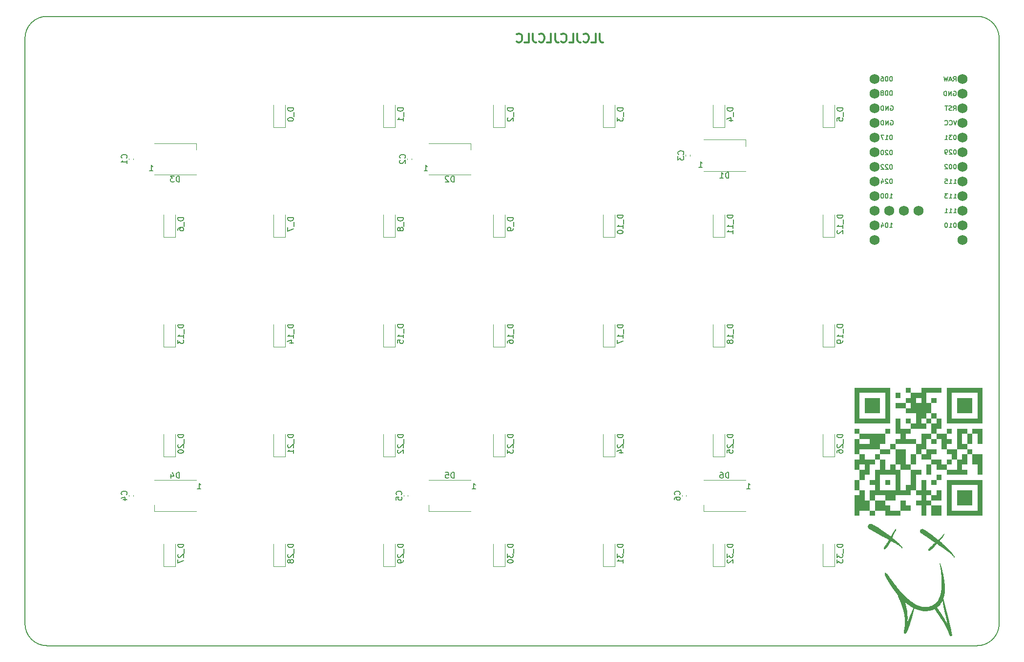
<source format=gbr>
%TF.GenerationSoftware,KiCad,Pcbnew,(6.0.1)*%
%TF.CreationDate,2022-04-03T20:03:39+01:00*%
%TF.ProjectId,Keyboard Left Hand Side,4b657962-6f61-4726-9420-4c6566742048,rev?*%
%TF.SameCoordinates,Original*%
%TF.FileFunction,Legend,Bot*%
%TF.FilePolarity,Positive*%
%FSLAX46Y46*%
G04 Gerber Fmt 4.6, Leading zero omitted, Abs format (unit mm)*
G04 Created by KiCad (PCBNEW (6.0.1)) date 2022-04-03 20:03:39*
%MOMM*%
%LPD*%
G01*
G04 APERTURE LIST*
%ADD10C,0.300000*%
%TA.AperFunction,Profile*%
%ADD11C,0.200000*%
%TD*%
%ADD12C,0.150000*%
%ADD13C,0.120000*%
%ADD14C,1.752600*%
G04 APERTURE END LIST*
D10*
X134563571Y-37913571D02*
X134563571Y-38985000D01*
X134635000Y-39199285D01*
X134777857Y-39342142D01*
X134992142Y-39413571D01*
X135135000Y-39413571D01*
X133135000Y-39413571D02*
X133849285Y-39413571D01*
X133849285Y-37913571D01*
X131777857Y-39270714D02*
X131849285Y-39342142D01*
X132063571Y-39413571D01*
X132206428Y-39413571D01*
X132420714Y-39342142D01*
X132563571Y-39199285D01*
X132635000Y-39056428D01*
X132706428Y-38770714D01*
X132706428Y-38556428D01*
X132635000Y-38270714D01*
X132563571Y-38127857D01*
X132420714Y-37985000D01*
X132206428Y-37913571D01*
X132063571Y-37913571D01*
X131849285Y-37985000D01*
X131777857Y-38056428D01*
X130706428Y-37913571D02*
X130706428Y-38985000D01*
X130777857Y-39199285D01*
X130920714Y-39342142D01*
X131135000Y-39413571D01*
X131277857Y-39413571D01*
X129277857Y-39413571D02*
X129992142Y-39413571D01*
X129992142Y-37913571D01*
X127920714Y-39270714D02*
X127992142Y-39342142D01*
X128206428Y-39413571D01*
X128349285Y-39413571D01*
X128563571Y-39342142D01*
X128706428Y-39199285D01*
X128777857Y-39056428D01*
X128849285Y-38770714D01*
X128849285Y-38556428D01*
X128777857Y-38270714D01*
X128706428Y-38127857D01*
X128563571Y-37985000D01*
X128349285Y-37913571D01*
X128206428Y-37913571D01*
X127992142Y-37985000D01*
X127920714Y-38056428D01*
X126849285Y-37913571D02*
X126849285Y-38985000D01*
X126920714Y-39199285D01*
X127063571Y-39342142D01*
X127277857Y-39413571D01*
X127420714Y-39413571D01*
X125420714Y-39413571D02*
X126135000Y-39413571D01*
X126135000Y-37913571D01*
X124063571Y-39270714D02*
X124135000Y-39342142D01*
X124349285Y-39413571D01*
X124492142Y-39413571D01*
X124706428Y-39342142D01*
X124849285Y-39199285D01*
X124920714Y-39056428D01*
X124992142Y-38770714D01*
X124992142Y-38556428D01*
X124920714Y-38270714D01*
X124849285Y-38127857D01*
X124706428Y-37985000D01*
X124492142Y-37913571D01*
X124349285Y-37913571D01*
X124135000Y-37985000D01*
X124063571Y-38056428D01*
X122992142Y-37913571D02*
X122992142Y-38985000D01*
X123063571Y-39199285D01*
X123206428Y-39342142D01*
X123420714Y-39413571D01*
X123563571Y-39413571D01*
X121563571Y-39413571D02*
X122277857Y-39413571D01*
X122277857Y-37913571D01*
X120206428Y-39270714D02*
X120277857Y-39342142D01*
X120492142Y-39413571D01*
X120635000Y-39413571D01*
X120849285Y-39342142D01*
X120992142Y-39199285D01*
X121063571Y-39056428D01*
X121135000Y-38770714D01*
X121135000Y-38556428D01*
X121063571Y-38270714D01*
X120992142Y-38127857D01*
X120849285Y-37985000D01*
X120635000Y-37913571D01*
X120492142Y-37913571D01*
X120277857Y-37985000D01*
X120206428Y-38056428D01*
D11*
X34925003Y-140335000D02*
G75*
G03*
X38735000Y-144145000I3809997J-3D01*
G01*
X200025000Y-144144997D02*
G75*
G03*
X203835000Y-140335000I3J3809997D01*
G01*
X203834997Y-38735000D02*
G75*
G03*
X200025000Y-34925000I-3809997J3D01*
G01*
X38735000Y-34925003D02*
G75*
G03*
X34925000Y-38735000I-3J-3809997D01*
G01*
X34925000Y-140335000D02*
X34925000Y-38735000D01*
X200025000Y-144145000D02*
X38735000Y-144145000D01*
X203835000Y-38735000D02*
X203835000Y-140335000D01*
X38735000Y-34925000D02*
X200025000Y-34925000D01*
D12*
X185127810Y-63133654D02*
X185051619Y-63133654D01*
X184975429Y-63171750D01*
X184937333Y-63209845D01*
X184899238Y-63286035D01*
X184861143Y-63438416D01*
X184861143Y-63628892D01*
X184899238Y-63781273D01*
X184937333Y-63857464D01*
X184975429Y-63895559D01*
X185051619Y-63933654D01*
X185127810Y-63933654D01*
X185204000Y-63895559D01*
X185242095Y-63857464D01*
X185280190Y-63781273D01*
X185318286Y-63628892D01*
X185318286Y-63438416D01*
X185280190Y-63286035D01*
X185242095Y-63209845D01*
X185204000Y-63171750D01*
X185127810Y-63133654D01*
X184556381Y-63209845D02*
X184518286Y-63171750D01*
X184442095Y-63133654D01*
X184251619Y-63133654D01*
X184175429Y-63171750D01*
X184137333Y-63209845D01*
X184099238Y-63286035D01*
X184099238Y-63362226D01*
X184137333Y-63476511D01*
X184594476Y-63933654D01*
X184099238Y-63933654D01*
X183413524Y-63400321D02*
X183413524Y-63933654D01*
X183604000Y-63095559D02*
X183794476Y-63666988D01*
X183299238Y-63666988D01*
X196202191Y-58063654D02*
X196126000Y-58063654D01*
X196049810Y-58101750D01*
X196011714Y-58139845D01*
X195973619Y-58216035D01*
X195935524Y-58368416D01*
X195935524Y-58558892D01*
X195973619Y-58711273D01*
X196011714Y-58787464D01*
X196049810Y-58825559D01*
X196126000Y-58863654D01*
X196202191Y-58863654D01*
X196278381Y-58825559D01*
X196316476Y-58787464D01*
X196354571Y-58711273D01*
X196392667Y-58558892D01*
X196392667Y-58368416D01*
X196354571Y-58216035D01*
X196316476Y-58139845D01*
X196278381Y-58101750D01*
X196202191Y-58063654D01*
X195630762Y-58139845D02*
X195592667Y-58101750D01*
X195516476Y-58063654D01*
X195326000Y-58063654D01*
X195249810Y-58101750D01*
X195211714Y-58139845D01*
X195173619Y-58216035D01*
X195173619Y-58292226D01*
X195211714Y-58406511D01*
X195668857Y-58863654D01*
X195173619Y-58863654D01*
X194792667Y-58863654D02*
X194640286Y-58863654D01*
X194564095Y-58825559D01*
X194526000Y-58787464D01*
X194449810Y-58673178D01*
X194411714Y-58520797D01*
X194411714Y-58216035D01*
X194449810Y-58139845D01*
X194487905Y-58101750D01*
X194564095Y-58063654D01*
X194716476Y-58063654D01*
X194792667Y-58101750D01*
X194830762Y-58139845D01*
X194868857Y-58216035D01*
X194868857Y-58406511D01*
X194830762Y-58482702D01*
X194792667Y-58520797D01*
X194716476Y-58558892D01*
X194564095Y-58558892D01*
X194487905Y-58520797D01*
X194449810Y-58482702D01*
X194411714Y-58406511D01*
X185127810Y-60633654D02*
X185051619Y-60633654D01*
X184975429Y-60671750D01*
X184937333Y-60709845D01*
X184899238Y-60786035D01*
X184861143Y-60938416D01*
X184861143Y-61128892D01*
X184899238Y-61281273D01*
X184937333Y-61357464D01*
X184975429Y-61395559D01*
X185051619Y-61433654D01*
X185127810Y-61433654D01*
X185204000Y-61395559D01*
X185242095Y-61357464D01*
X185280190Y-61281273D01*
X185318286Y-61128892D01*
X185318286Y-60938416D01*
X185280190Y-60786035D01*
X185242095Y-60709845D01*
X185204000Y-60671750D01*
X185127810Y-60633654D01*
X184556381Y-60709845D02*
X184518286Y-60671750D01*
X184442095Y-60633654D01*
X184251619Y-60633654D01*
X184175429Y-60671750D01*
X184137333Y-60709845D01*
X184099238Y-60786035D01*
X184099238Y-60862226D01*
X184137333Y-60976511D01*
X184594476Y-61433654D01*
X184099238Y-61433654D01*
X183794476Y-60709845D02*
X183756381Y-60671750D01*
X183680190Y-60633654D01*
X183489714Y-60633654D01*
X183413524Y-60671750D01*
X183375429Y-60709845D01*
X183337333Y-60786035D01*
X183337333Y-60862226D01*
X183375429Y-60976511D01*
X183832571Y-61433654D01*
X183337333Y-61433654D01*
X195935524Y-69023654D02*
X196392667Y-69023654D01*
X196164095Y-69023654D02*
X196164095Y-68223654D01*
X196240286Y-68337940D01*
X196316476Y-68414130D01*
X196392667Y-68452226D01*
X195173619Y-69023654D02*
X195630762Y-69023654D01*
X195402191Y-69023654D02*
X195402191Y-68223654D01*
X195478381Y-68337940D01*
X195554571Y-68414130D01*
X195630762Y-68452226D01*
X194411714Y-69023654D02*
X194868857Y-69023654D01*
X194640286Y-69023654D02*
X194640286Y-68223654D01*
X194716476Y-68337940D01*
X194792667Y-68414130D01*
X194868857Y-68452226D01*
X185127810Y-55523654D02*
X185051619Y-55523654D01*
X184975429Y-55561750D01*
X184937333Y-55599845D01*
X184899238Y-55676035D01*
X184861143Y-55828416D01*
X184861143Y-56018892D01*
X184899238Y-56171273D01*
X184937333Y-56247464D01*
X184975429Y-56285559D01*
X185051619Y-56323654D01*
X185127810Y-56323654D01*
X185204000Y-56285559D01*
X185242095Y-56247464D01*
X185280190Y-56171273D01*
X185318286Y-56018892D01*
X185318286Y-55828416D01*
X185280190Y-55676035D01*
X185242095Y-55599845D01*
X185204000Y-55561750D01*
X185127810Y-55523654D01*
X184099238Y-56323654D02*
X184556381Y-56323654D01*
X184327810Y-56323654D02*
X184327810Y-55523654D01*
X184404000Y-55637940D01*
X184480190Y-55714130D01*
X184556381Y-55752226D01*
X183832571Y-55523654D02*
X183299238Y-55523654D01*
X183642095Y-56323654D01*
X195935524Y-63943654D02*
X196392667Y-63943654D01*
X196164095Y-63943654D02*
X196164095Y-63143654D01*
X196240286Y-63257940D01*
X196316476Y-63334130D01*
X196392667Y-63372226D01*
X195173619Y-63943654D02*
X195630762Y-63943654D01*
X195402191Y-63943654D02*
X195402191Y-63143654D01*
X195478381Y-63257940D01*
X195554571Y-63334130D01*
X195630762Y-63372226D01*
X194449810Y-63143654D02*
X194830762Y-63143654D01*
X194868857Y-63524607D01*
X194830762Y-63486511D01*
X194754571Y-63448416D01*
X194564095Y-63448416D01*
X194487905Y-63486511D01*
X194449810Y-63524607D01*
X194411714Y-63600797D01*
X194411714Y-63791273D01*
X194449810Y-63867464D01*
X194487905Y-63905559D01*
X194564095Y-63943654D01*
X194754571Y-63943654D01*
X194830762Y-63905559D01*
X194868857Y-63867464D01*
X184861143Y-71563654D02*
X185318286Y-71563654D01*
X185089714Y-71563654D02*
X185089714Y-70763654D01*
X185165905Y-70877940D01*
X185242095Y-70954130D01*
X185318286Y-70992226D01*
X184365905Y-70763654D02*
X184289714Y-70763654D01*
X184213524Y-70801750D01*
X184175429Y-70839845D01*
X184137333Y-70916035D01*
X184099238Y-71068416D01*
X184099238Y-71258892D01*
X184137333Y-71411273D01*
X184175429Y-71487464D01*
X184213524Y-71525559D01*
X184289714Y-71563654D01*
X184365905Y-71563654D01*
X184442095Y-71525559D01*
X184480190Y-71487464D01*
X184518286Y-71411273D01*
X184556381Y-71258892D01*
X184556381Y-71068416D01*
X184518286Y-70916035D01*
X184480190Y-70839845D01*
X184442095Y-70801750D01*
X184365905Y-70763654D01*
X183413524Y-71030321D02*
X183413524Y-71563654D01*
X183604000Y-70725559D02*
X183794476Y-71296988D01*
X183299238Y-71296988D01*
X185127810Y-58133654D02*
X185051619Y-58133654D01*
X184975429Y-58171750D01*
X184937333Y-58209845D01*
X184899238Y-58286035D01*
X184861143Y-58438416D01*
X184861143Y-58628892D01*
X184899238Y-58781273D01*
X184937333Y-58857464D01*
X184975429Y-58895559D01*
X185051619Y-58933654D01*
X185127810Y-58933654D01*
X185204000Y-58895559D01*
X185242095Y-58857464D01*
X185280190Y-58781273D01*
X185318286Y-58628892D01*
X185318286Y-58438416D01*
X185280190Y-58286035D01*
X185242095Y-58209845D01*
X185204000Y-58171750D01*
X185127810Y-58133654D01*
X184556381Y-58209845D02*
X184518286Y-58171750D01*
X184442095Y-58133654D01*
X184251619Y-58133654D01*
X184175429Y-58171750D01*
X184137333Y-58209845D01*
X184099238Y-58286035D01*
X184099238Y-58362226D01*
X184137333Y-58476511D01*
X184594476Y-58933654D01*
X184099238Y-58933654D01*
X183604000Y-58133654D02*
X183527810Y-58133654D01*
X183451619Y-58171750D01*
X183413524Y-58209845D01*
X183375429Y-58286035D01*
X183337333Y-58438416D01*
X183337333Y-58628892D01*
X183375429Y-58781273D01*
X183413524Y-58857464D01*
X183451619Y-58895559D01*
X183527810Y-58933654D01*
X183604000Y-58933654D01*
X183680190Y-58895559D01*
X183718286Y-58857464D01*
X183756381Y-58781273D01*
X183794476Y-58628892D01*
X183794476Y-58438416D01*
X183756381Y-58286035D01*
X183718286Y-58209845D01*
X183680190Y-58171750D01*
X183604000Y-58133654D01*
X195929190Y-47941750D02*
X196005381Y-47903654D01*
X196119667Y-47903654D01*
X196233952Y-47941750D01*
X196310143Y-48017940D01*
X196348238Y-48094130D01*
X196386333Y-48246511D01*
X196386333Y-48360797D01*
X196348238Y-48513178D01*
X196310143Y-48589369D01*
X196233952Y-48665559D01*
X196119667Y-48703654D01*
X196043476Y-48703654D01*
X195929190Y-48665559D01*
X195891095Y-48627464D01*
X195891095Y-48360797D01*
X196043476Y-48360797D01*
X195548238Y-48703654D02*
X195548238Y-47903654D01*
X195091095Y-48703654D01*
X195091095Y-47903654D01*
X194710143Y-48703654D02*
X194710143Y-47903654D01*
X194519667Y-47903654D01*
X194405381Y-47941750D01*
X194329190Y-48017940D01*
X194291095Y-48094130D01*
X194253000Y-48246511D01*
X194253000Y-48360797D01*
X194291095Y-48513178D01*
X194329190Y-48589369D01*
X194405381Y-48665559D01*
X194519667Y-48703654D01*
X194710143Y-48703654D01*
X185013523Y-50481750D02*
X185089714Y-50443654D01*
X185204000Y-50443654D01*
X185318285Y-50481750D01*
X185394476Y-50557940D01*
X185432571Y-50634130D01*
X185470666Y-50786511D01*
X185470666Y-50900797D01*
X185432571Y-51053178D01*
X185394476Y-51129369D01*
X185318285Y-51205559D01*
X185204000Y-51243654D01*
X185127809Y-51243654D01*
X185013523Y-51205559D01*
X184975428Y-51167464D01*
X184975428Y-50900797D01*
X185127809Y-50900797D01*
X184632571Y-51243654D02*
X184632571Y-50443654D01*
X184175428Y-51243654D01*
X184175428Y-50443654D01*
X183794476Y-51243654D02*
X183794476Y-50443654D01*
X183604000Y-50443654D01*
X183489714Y-50481750D01*
X183413523Y-50557940D01*
X183375428Y-50634130D01*
X183337333Y-50786511D01*
X183337333Y-50900797D01*
X183375428Y-51053178D01*
X183413523Y-51129369D01*
X183489714Y-51205559D01*
X183604000Y-51243654D01*
X183794476Y-51243654D01*
X185127810Y-45363654D02*
X185051619Y-45363654D01*
X184975429Y-45401750D01*
X184937333Y-45439845D01*
X184899238Y-45516035D01*
X184861143Y-45668416D01*
X184861143Y-45858892D01*
X184899238Y-46011273D01*
X184937333Y-46087464D01*
X184975429Y-46125559D01*
X185051619Y-46163654D01*
X185127810Y-46163654D01*
X185204000Y-46125559D01*
X185242095Y-46087464D01*
X185280190Y-46011273D01*
X185318286Y-45858892D01*
X185318286Y-45668416D01*
X185280190Y-45516035D01*
X185242095Y-45439845D01*
X185204000Y-45401750D01*
X185127810Y-45363654D01*
X184365905Y-45363654D02*
X184289714Y-45363654D01*
X184213524Y-45401750D01*
X184175429Y-45439845D01*
X184137333Y-45516035D01*
X184099238Y-45668416D01*
X184099238Y-45858892D01*
X184137333Y-46011273D01*
X184175429Y-46087464D01*
X184213524Y-46125559D01*
X184289714Y-46163654D01*
X184365905Y-46163654D01*
X184442095Y-46125559D01*
X184480190Y-46087464D01*
X184518286Y-46011273D01*
X184556381Y-45858892D01*
X184556381Y-45668416D01*
X184518286Y-45516035D01*
X184480190Y-45439845D01*
X184442095Y-45401750D01*
X184365905Y-45363654D01*
X183413524Y-45363654D02*
X183565905Y-45363654D01*
X183642095Y-45401750D01*
X183680190Y-45439845D01*
X183756381Y-45554130D01*
X183794476Y-45706511D01*
X183794476Y-46011273D01*
X183756381Y-46087464D01*
X183718286Y-46125559D01*
X183642095Y-46163654D01*
X183489714Y-46163654D01*
X183413524Y-46125559D01*
X183375429Y-46087464D01*
X183337333Y-46011273D01*
X183337333Y-45820797D01*
X183375429Y-45744607D01*
X183413524Y-45706511D01*
X183489714Y-45668416D01*
X183642095Y-45668416D01*
X183718286Y-45706511D01*
X183756381Y-45744607D01*
X183794476Y-45820797D01*
X185013523Y-53021750D02*
X185089714Y-52983654D01*
X185204000Y-52983654D01*
X185318285Y-53021750D01*
X185394476Y-53097940D01*
X185432571Y-53174130D01*
X185470666Y-53326511D01*
X185470666Y-53440797D01*
X185432571Y-53593178D01*
X185394476Y-53669369D01*
X185318285Y-53745559D01*
X185204000Y-53783654D01*
X185127809Y-53783654D01*
X185013523Y-53745559D01*
X184975428Y-53707464D01*
X184975428Y-53440797D01*
X185127809Y-53440797D01*
X184632571Y-53783654D02*
X184632571Y-52983654D01*
X184175428Y-53783654D01*
X184175428Y-52983654D01*
X183794476Y-53783654D02*
X183794476Y-52983654D01*
X183604000Y-52983654D01*
X183489714Y-53021750D01*
X183413523Y-53097940D01*
X183375428Y-53174130D01*
X183337333Y-53326511D01*
X183337333Y-53440797D01*
X183375428Y-53593178D01*
X183413523Y-53669369D01*
X183489714Y-53745559D01*
X183604000Y-53783654D01*
X183794476Y-53783654D01*
X196202191Y-70763654D02*
X196126000Y-70763654D01*
X196049810Y-70801750D01*
X196011714Y-70839845D01*
X195973619Y-70916035D01*
X195935524Y-71068416D01*
X195935524Y-71258892D01*
X195973619Y-71411273D01*
X196011714Y-71487464D01*
X196049810Y-71525559D01*
X196126000Y-71563654D01*
X196202191Y-71563654D01*
X196278381Y-71525559D01*
X196316476Y-71487464D01*
X196354571Y-71411273D01*
X196392667Y-71258892D01*
X196392667Y-71068416D01*
X196354571Y-70916035D01*
X196316476Y-70839845D01*
X196278381Y-70801750D01*
X196202191Y-70763654D01*
X195173619Y-71563654D02*
X195630762Y-71563654D01*
X195402191Y-71563654D02*
X195402191Y-70763654D01*
X195478381Y-70877940D01*
X195554571Y-70954130D01*
X195630762Y-70992226D01*
X194678381Y-70763654D02*
X194602191Y-70763654D01*
X194526000Y-70801750D01*
X194487905Y-70839845D01*
X194449810Y-70916035D01*
X194411714Y-71068416D01*
X194411714Y-71258892D01*
X194449810Y-71411273D01*
X194487905Y-71487464D01*
X194526000Y-71525559D01*
X194602191Y-71563654D01*
X194678381Y-71563654D01*
X194754571Y-71525559D01*
X194792667Y-71487464D01*
X194830762Y-71411273D01*
X194868857Y-71258892D01*
X194868857Y-71068416D01*
X194830762Y-70916035D01*
X194792667Y-70839845D01*
X194754571Y-70801750D01*
X194678381Y-70763654D01*
X195891095Y-51243654D02*
X196157761Y-50862702D01*
X196348238Y-51243654D02*
X196348238Y-50443654D01*
X196043476Y-50443654D01*
X195967285Y-50481750D01*
X195929190Y-50519845D01*
X195891095Y-50596035D01*
X195891095Y-50710321D01*
X195929190Y-50786511D01*
X195967285Y-50824607D01*
X196043476Y-50862702D01*
X196348238Y-50862702D01*
X195586333Y-51205559D02*
X195472047Y-51243654D01*
X195281571Y-51243654D01*
X195205380Y-51205559D01*
X195167285Y-51167464D01*
X195129190Y-51091273D01*
X195129190Y-51015083D01*
X195167285Y-50938892D01*
X195205380Y-50900797D01*
X195281571Y-50862702D01*
X195433952Y-50824607D01*
X195510142Y-50786511D01*
X195548238Y-50748416D01*
X195586333Y-50672226D01*
X195586333Y-50596035D01*
X195548238Y-50519845D01*
X195510142Y-50481750D01*
X195433952Y-50443654D01*
X195243476Y-50443654D01*
X195129190Y-50481750D01*
X194900619Y-50443654D02*
X194443476Y-50443654D01*
X194672047Y-51243654D02*
X194672047Y-50443654D01*
X185127810Y-47833654D02*
X185051619Y-47833654D01*
X184975429Y-47871750D01*
X184937333Y-47909845D01*
X184899238Y-47986035D01*
X184861143Y-48138416D01*
X184861143Y-48328892D01*
X184899238Y-48481273D01*
X184937333Y-48557464D01*
X184975429Y-48595559D01*
X185051619Y-48633654D01*
X185127810Y-48633654D01*
X185204000Y-48595559D01*
X185242095Y-48557464D01*
X185280190Y-48481273D01*
X185318286Y-48328892D01*
X185318286Y-48138416D01*
X185280190Y-47986035D01*
X185242095Y-47909845D01*
X185204000Y-47871750D01*
X185127810Y-47833654D01*
X184365905Y-47833654D02*
X184289714Y-47833654D01*
X184213524Y-47871750D01*
X184175429Y-47909845D01*
X184137333Y-47986035D01*
X184099238Y-48138416D01*
X184099238Y-48328892D01*
X184137333Y-48481273D01*
X184175429Y-48557464D01*
X184213524Y-48595559D01*
X184289714Y-48633654D01*
X184365905Y-48633654D01*
X184442095Y-48595559D01*
X184480190Y-48557464D01*
X184518286Y-48481273D01*
X184556381Y-48328892D01*
X184556381Y-48138416D01*
X184518286Y-47986035D01*
X184480190Y-47909845D01*
X184442095Y-47871750D01*
X184365905Y-47833654D01*
X183642095Y-48176511D02*
X183718286Y-48138416D01*
X183756381Y-48100321D01*
X183794476Y-48024130D01*
X183794476Y-47986035D01*
X183756381Y-47909845D01*
X183718286Y-47871750D01*
X183642095Y-47833654D01*
X183489714Y-47833654D01*
X183413524Y-47871750D01*
X183375429Y-47909845D01*
X183337333Y-47986035D01*
X183337333Y-48024130D01*
X183375429Y-48100321D01*
X183413524Y-48138416D01*
X183489714Y-48176511D01*
X183642095Y-48176511D01*
X183718286Y-48214607D01*
X183756381Y-48252702D01*
X183794476Y-48328892D01*
X183794476Y-48481273D01*
X183756381Y-48557464D01*
X183718286Y-48595559D01*
X183642095Y-48633654D01*
X183489714Y-48633654D01*
X183413524Y-48595559D01*
X183375429Y-48557464D01*
X183337333Y-48481273D01*
X183337333Y-48328892D01*
X183375429Y-48252702D01*
X183413524Y-48214607D01*
X183489714Y-48176511D01*
X196202191Y-60603654D02*
X196126000Y-60603654D01*
X196049810Y-60641750D01*
X196011714Y-60679845D01*
X195973619Y-60756035D01*
X195935524Y-60908416D01*
X195935524Y-61098892D01*
X195973619Y-61251273D01*
X196011714Y-61327464D01*
X196049810Y-61365559D01*
X196126000Y-61403654D01*
X196202191Y-61403654D01*
X196278381Y-61365559D01*
X196316476Y-61327464D01*
X196354571Y-61251273D01*
X196392667Y-61098892D01*
X196392667Y-60908416D01*
X196354571Y-60756035D01*
X196316476Y-60679845D01*
X196278381Y-60641750D01*
X196202191Y-60603654D01*
X195440286Y-60603654D02*
X195364095Y-60603654D01*
X195287905Y-60641750D01*
X195249810Y-60679845D01*
X195211714Y-60756035D01*
X195173619Y-60908416D01*
X195173619Y-61098892D01*
X195211714Y-61251273D01*
X195249810Y-61327464D01*
X195287905Y-61365559D01*
X195364095Y-61403654D01*
X195440286Y-61403654D01*
X195516476Y-61365559D01*
X195554571Y-61327464D01*
X195592667Y-61251273D01*
X195630762Y-61098892D01*
X195630762Y-60908416D01*
X195592667Y-60756035D01*
X195554571Y-60679845D01*
X195516476Y-60641750D01*
X195440286Y-60603654D01*
X194868857Y-60679845D02*
X194830762Y-60641750D01*
X194754571Y-60603654D01*
X194564095Y-60603654D01*
X194487905Y-60641750D01*
X194449810Y-60679845D01*
X194411714Y-60756035D01*
X194411714Y-60832226D01*
X194449810Y-60946511D01*
X194906952Y-61403654D01*
X194411714Y-61403654D01*
X195935524Y-66483654D02*
X196392667Y-66483654D01*
X196164095Y-66483654D02*
X196164095Y-65683654D01*
X196240286Y-65797940D01*
X196316476Y-65874130D01*
X196392667Y-65912226D01*
X195173619Y-66483654D02*
X195630762Y-66483654D01*
X195402191Y-66483654D02*
X195402191Y-65683654D01*
X195478381Y-65797940D01*
X195554571Y-65874130D01*
X195630762Y-65912226D01*
X194906952Y-65683654D02*
X194411714Y-65683654D01*
X194678381Y-65988416D01*
X194564095Y-65988416D01*
X194487905Y-66026511D01*
X194449810Y-66064607D01*
X194411714Y-66140797D01*
X194411714Y-66331273D01*
X194449810Y-66407464D01*
X194487905Y-66445559D01*
X194564095Y-66483654D01*
X194792667Y-66483654D01*
X194868857Y-66445559D01*
X194906952Y-66407464D01*
X196202191Y-55523654D02*
X196126000Y-55523654D01*
X196049810Y-55561750D01*
X196011714Y-55599845D01*
X195973619Y-55676035D01*
X195935524Y-55828416D01*
X195935524Y-56018892D01*
X195973619Y-56171273D01*
X196011714Y-56247464D01*
X196049810Y-56285559D01*
X196126000Y-56323654D01*
X196202191Y-56323654D01*
X196278381Y-56285559D01*
X196316476Y-56247464D01*
X196354571Y-56171273D01*
X196392667Y-56018892D01*
X196392667Y-55828416D01*
X196354571Y-55676035D01*
X196316476Y-55599845D01*
X196278381Y-55561750D01*
X196202191Y-55523654D01*
X195668857Y-55523654D02*
X195173619Y-55523654D01*
X195440286Y-55828416D01*
X195326000Y-55828416D01*
X195249810Y-55866511D01*
X195211714Y-55904607D01*
X195173619Y-55980797D01*
X195173619Y-56171273D01*
X195211714Y-56247464D01*
X195249810Y-56285559D01*
X195326000Y-56323654D01*
X195554571Y-56323654D01*
X195630762Y-56285559D01*
X195668857Y-56247464D01*
X194411714Y-56323654D02*
X194868857Y-56323654D01*
X194640286Y-56323654D02*
X194640286Y-55523654D01*
X194716476Y-55637940D01*
X194792667Y-55714130D01*
X194868857Y-55752226D01*
X195891095Y-46163654D02*
X196157762Y-45782702D01*
X196348238Y-46163654D02*
X196348238Y-45363654D01*
X196043476Y-45363654D01*
X195967286Y-45401750D01*
X195929191Y-45439845D01*
X195891095Y-45516035D01*
X195891095Y-45630321D01*
X195929191Y-45706511D01*
X195967286Y-45744607D01*
X196043476Y-45782702D01*
X196348238Y-45782702D01*
X195586334Y-45935083D02*
X195205381Y-45935083D01*
X195662524Y-46163654D02*
X195395857Y-45363654D01*
X195129191Y-46163654D01*
X194938715Y-45363654D02*
X194748238Y-46163654D01*
X194595857Y-45592226D01*
X194443476Y-46163654D01*
X194253000Y-45363654D01*
X196468857Y-52983654D02*
X196202191Y-53783654D01*
X195935524Y-52983654D01*
X195211714Y-53707464D02*
X195249810Y-53745559D01*
X195364095Y-53783654D01*
X195440286Y-53783654D01*
X195554571Y-53745559D01*
X195630762Y-53669369D01*
X195668857Y-53593178D01*
X195706952Y-53440797D01*
X195706952Y-53326511D01*
X195668857Y-53174130D01*
X195630762Y-53097940D01*
X195554571Y-53021750D01*
X195440286Y-52983654D01*
X195364095Y-52983654D01*
X195249810Y-53021750D01*
X195211714Y-53059845D01*
X194411714Y-53707464D02*
X194449810Y-53745559D01*
X194564095Y-53783654D01*
X194640286Y-53783654D01*
X194754571Y-53745559D01*
X194830762Y-53669369D01*
X194868857Y-53593178D01*
X194906952Y-53440797D01*
X194906952Y-53326511D01*
X194868857Y-53174130D01*
X194830762Y-53097940D01*
X194754571Y-53021750D01*
X194640286Y-52983654D01*
X194564095Y-52983654D01*
X194449810Y-53021750D01*
X194411714Y-53059845D01*
X184861143Y-66483654D02*
X185318286Y-66483654D01*
X185089714Y-66483654D02*
X185089714Y-65683654D01*
X185165905Y-65797940D01*
X185242095Y-65874130D01*
X185318286Y-65912226D01*
X184365905Y-65683654D02*
X184289714Y-65683654D01*
X184213524Y-65721750D01*
X184175429Y-65759845D01*
X184137333Y-65836035D01*
X184099238Y-65988416D01*
X184099238Y-66178892D01*
X184137333Y-66331273D01*
X184175429Y-66407464D01*
X184213524Y-66445559D01*
X184289714Y-66483654D01*
X184365905Y-66483654D01*
X184442095Y-66445559D01*
X184480190Y-66407464D01*
X184518286Y-66331273D01*
X184556381Y-66178892D01*
X184556381Y-65988416D01*
X184518286Y-65836035D01*
X184480190Y-65759845D01*
X184442095Y-65721750D01*
X184365905Y-65683654D01*
X183604000Y-65683654D02*
X183527810Y-65683654D01*
X183451619Y-65721750D01*
X183413524Y-65759845D01*
X183375429Y-65836035D01*
X183337333Y-65988416D01*
X183337333Y-66178892D01*
X183375429Y-66331273D01*
X183413524Y-66407464D01*
X183451619Y-66445559D01*
X183527810Y-66483654D01*
X183604000Y-66483654D01*
X183680190Y-66445559D01*
X183718286Y-66407464D01*
X183756381Y-66331273D01*
X183794476Y-66178892D01*
X183794476Y-65988416D01*
X183756381Y-65836035D01*
X183718286Y-65759845D01*
X183680190Y-65721750D01*
X183604000Y-65683654D01*
X149057142Y-58888333D02*
X149104761Y-58840714D01*
X149152380Y-58697857D01*
X149152380Y-58602619D01*
X149104761Y-58459761D01*
X149009523Y-58364523D01*
X148914285Y-58316904D01*
X148723809Y-58269285D01*
X148580952Y-58269285D01*
X148390476Y-58316904D01*
X148295238Y-58364523D01*
X148200000Y-58459761D01*
X148152380Y-58602619D01*
X148152380Y-58697857D01*
X148200000Y-58840714D01*
X148247619Y-58888333D01*
X148152380Y-59221666D02*
X148152380Y-59840714D01*
X148533333Y-59507380D01*
X148533333Y-59650238D01*
X148580952Y-59745476D01*
X148628571Y-59793095D01*
X148723809Y-59840714D01*
X148961904Y-59840714D01*
X149057142Y-59793095D01*
X149104761Y-59745476D01*
X149152380Y-59650238D01*
X149152380Y-59364523D01*
X149104761Y-59269285D01*
X149057142Y-59221666D01*
X52537142Y-59523333D02*
X52584761Y-59475714D01*
X52632380Y-59332857D01*
X52632380Y-59237619D01*
X52584761Y-59094761D01*
X52489523Y-58999523D01*
X52394285Y-58951904D01*
X52203809Y-58904285D01*
X52060952Y-58904285D01*
X51870476Y-58951904D01*
X51775238Y-58999523D01*
X51680000Y-59094761D01*
X51632380Y-59237619D01*
X51632380Y-59332857D01*
X51680000Y-59475714D01*
X51727619Y-59523333D01*
X52632380Y-60475714D02*
X52632380Y-59904285D01*
X52632380Y-60190000D02*
X51632380Y-60190000D01*
X51775238Y-60094761D01*
X51870476Y-59999523D01*
X51918095Y-59904285D01*
X100797142Y-59523333D02*
X100844761Y-59475714D01*
X100892380Y-59332857D01*
X100892380Y-59237619D01*
X100844761Y-59094761D01*
X100749523Y-58999523D01*
X100654285Y-58951904D01*
X100463809Y-58904285D01*
X100320952Y-58904285D01*
X100130476Y-58951904D01*
X100035238Y-58999523D01*
X99940000Y-59094761D01*
X99892380Y-59237619D01*
X99892380Y-59332857D01*
X99940000Y-59475714D01*
X99987619Y-59523333D01*
X99987619Y-59904285D02*
X99940000Y-59951904D01*
X99892380Y-60047142D01*
X99892380Y-60285238D01*
X99940000Y-60380476D01*
X99987619Y-60428095D01*
X100082857Y-60475714D01*
X100178095Y-60475714D01*
X100320952Y-60428095D01*
X100892380Y-59856666D01*
X100892380Y-60475714D01*
X176712380Y-126554761D02*
X175712380Y-126554761D01*
X175712380Y-126792857D01*
X175760000Y-126935714D01*
X175855238Y-127030952D01*
X175950476Y-127078571D01*
X176140952Y-127126190D01*
X176283809Y-127126190D01*
X176474285Y-127078571D01*
X176569523Y-127030952D01*
X176664761Y-126935714D01*
X176712380Y-126792857D01*
X176712380Y-126554761D01*
X176807619Y-127316666D02*
X176807619Y-128078571D01*
X175712380Y-128221428D02*
X175712380Y-128840476D01*
X176093333Y-128507142D01*
X176093333Y-128650000D01*
X176140952Y-128745238D01*
X176188571Y-128792857D01*
X176283809Y-128840476D01*
X176521904Y-128840476D01*
X176617142Y-128792857D01*
X176664761Y-128745238D01*
X176712380Y-128650000D01*
X176712380Y-128364285D01*
X176664761Y-128269047D01*
X176617142Y-128221428D01*
X175712380Y-129173809D02*
X175712380Y-129792857D01*
X176093333Y-129459523D01*
X176093333Y-129602380D01*
X176140952Y-129697619D01*
X176188571Y-129745238D01*
X176283809Y-129792857D01*
X176521904Y-129792857D01*
X176617142Y-129745238D01*
X176664761Y-129697619D01*
X176712380Y-129602380D01*
X176712380Y-129316666D01*
X176664761Y-129221428D01*
X176617142Y-129173809D01*
X62412380Y-88439761D02*
X61412380Y-88439761D01*
X61412380Y-88677857D01*
X61460000Y-88820714D01*
X61555238Y-88915952D01*
X61650476Y-88963571D01*
X61840952Y-89011190D01*
X61983809Y-89011190D01*
X62174285Y-88963571D01*
X62269523Y-88915952D01*
X62364761Y-88820714D01*
X62412380Y-88677857D01*
X62412380Y-88439761D01*
X62507619Y-89201666D02*
X62507619Y-89963571D01*
X62412380Y-90725476D02*
X62412380Y-90154047D01*
X62412380Y-90439761D02*
X61412380Y-90439761D01*
X61555238Y-90344523D01*
X61650476Y-90249285D01*
X61698095Y-90154047D01*
X61412380Y-91058809D02*
X61412380Y-91677857D01*
X61793333Y-91344523D01*
X61793333Y-91487380D01*
X61840952Y-91582619D01*
X61888571Y-91630238D01*
X61983809Y-91677857D01*
X62221904Y-91677857D01*
X62317142Y-91630238D01*
X62364761Y-91582619D01*
X62412380Y-91487380D01*
X62412380Y-91201666D01*
X62364761Y-91106428D01*
X62317142Y-91058809D01*
X109323095Y-63642380D02*
X109323095Y-62642380D01*
X109085000Y-62642380D01*
X108942142Y-62690000D01*
X108846904Y-62785238D01*
X108799285Y-62880476D01*
X108751666Y-63070952D01*
X108751666Y-63213809D01*
X108799285Y-63404285D01*
X108846904Y-63499523D01*
X108942142Y-63594761D01*
X109085000Y-63642380D01*
X109323095Y-63642380D01*
X108370714Y-62737619D02*
X108323095Y-62690000D01*
X108227857Y-62642380D01*
X107989761Y-62642380D01*
X107894523Y-62690000D01*
X107846904Y-62737619D01*
X107799285Y-62832857D01*
X107799285Y-62928095D01*
X107846904Y-63070952D01*
X108418333Y-63642380D01*
X107799285Y-63642380D01*
X104149285Y-61742380D02*
X104720714Y-61742380D01*
X104435000Y-61742380D02*
X104435000Y-60742380D01*
X104530238Y-60885238D01*
X104625476Y-60980476D01*
X104720714Y-61028095D01*
X157662380Y-50815952D02*
X156662380Y-50815952D01*
X156662380Y-51054047D01*
X156710000Y-51196904D01*
X156805238Y-51292142D01*
X156900476Y-51339761D01*
X157090952Y-51387380D01*
X157233809Y-51387380D01*
X157424285Y-51339761D01*
X157519523Y-51292142D01*
X157614761Y-51196904D01*
X157662380Y-51054047D01*
X157662380Y-50815952D01*
X157757619Y-51577857D02*
X157757619Y-52339761D01*
X156995714Y-53006428D02*
X157662380Y-53006428D01*
X156614761Y-52768333D02*
X157329047Y-52530238D01*
X157329047Y-53149285D01*
X176702380Y-88424761D02*
X175702380Y-88424761D01*
X175702380Y-88662857D01*
X175750000Y-88805714D01*
X175845238Y-88900952D01*
X175940476Y-88948571D01*
X176130952Y-88996190D01*
X176273809Y-88996190D01*
X176464285Y-88948571D01*
X176559523Y-88900952D01*
X176654761Y-88805714D01*
X176702380Y-88662857D01*
X176702380Y-88424761D01*
X176797619Y-89186666D02*
X176797619Y-89948571D01*
X176702380Y-90710476D02*
X176702380Y-90139047D01*
X176702380Y-90424761D02*
X175702380Y-90424761D01*
X175845238Y-90329523D01*
X175940476Y-90234285D01*
X175988095Y-90139047D01*
X176702380Y-91186666D02*
X176702380Y-91377142D01*
X176654761Y-91472380D01*
X176607142Y-91520000D01*
X176464285Y-91615238D01*
X176273809Y-91662857D01*
X175892857Y-91662857D01*
X175797619Y-91615238D01*
X175750000Y-91567619D01*
X175702380Y-91472380D01*
X175702380Y-91281904D01*
X175750000Y-91186666D01*
X175797619Y-91139047D01*
X175892857Y-91091428D01*
X176130952Y-91091428D01*
X176226190Y-91139047D01*
X176273809Y-91186666D01*
X176321428Y-91281904D01*
X176321428Y-91472380D01*
X176273809Y-91567619D01*
X176226190Y-91615238D01*
X176130952Y-91662857D01*
X100512380Y-107489761D02*
X99512380Y-107489761D01*
X99512380Y-107727857D01*
X99560000Y-107870714D01*
X99655238Y-107965952D01*
X99750476Y-108013571D01*
X99940952Y-108061190D01*
X100083809Y-108061190D01*
X100274285Y-108013571D01*
X100369523Y-107965952D01*
X100464761Y-107870714D01*
X100512380Y-107727857D01*
X100512380Y-107489761D01*
X100607619Y-108251666D02*
X100607619Y-109013571D01*
X99607619Y-109204047D02*
X99560000Y-109251666D01*
X99512380Y-109346904D01*
X99512380Y-109585000D01*
X99560000Y-109680238D01*
X99607619Y-109727857D01*
X99702857Y-109775476D01*
X99798095Y-109775476D01*
X99940952Y-109727857D01*
X100512380Y-109156428D01*
X100512380Y-109775476D01*
X99607619Y-110156428D02*
X99560000Y-110204047D01*
X99512380Y-110299285D01*
X99512380Y-110537380D01*
X99560000Y-110632619D01*
X99607619Y-110680238D01*
X99702857Y-110727857D01*
X99798095Y-110727857D01*
X99940952Y-110680238D01*
X100512380Y-110108809D01*
X100512380Y-110727857D01*
X119562380Y-50815952D02*
X118562380Y-50815952D01*
X118562380Y-51054047D01*
X118610000Y-51196904D01*
X118705238Y-51292142D01*
X118800476Y-51339761D01*
X118990952Y-51387380D01*
X119133809Y-51387380D01*
X119324285Y-51339761D01*
X119419523Y-51292142D01*
X119514761Y-51196904D01*
X119562380Y-51054047D01*
X119562380Y-50815952D01*
X119657619Y-51577857D02*
X119657619Y-52339761D01*
X118657619Y-52530238D02*
X118610000Y-52577857D01*
X118562380Y-52673095D01*
X118562380Y-52911190D01*
X118610000Y-53006428D01*
X118657619Y-53054047D01*
X118752857Y-53101666D01*
X118848095Y-53101666D01*
X118990952Y-53054047D01*
X119562380Y-52482619D01*
X119562380Y-53101666D01*
X157662380Y-107489761D02*
X156662380Y-107489761D01*
X156662380Y-107727857D01*
X156710000Y-107870714D01*
X156805238Y-107965952D01*
X156900476Y-108013571D01*
X157090952Y-108061190D01*
X157233809Y-108061190D01*
X157424285Y-108013571D01*
X157519523Y-107965952D01*
X157614761Y-107870714D01*
X157662380Y-107727857D01*
X157662380Y-107489761D01*
X157757619Y-108251666D02*
X157757619Y-109013571D01*
X156757619Y-109204047D02*
X156710000Y-109251666D01*
X156662380Y-109346904D01*
X156662380Y-109585000D01*
X156710000Y-109680238D01*
X156757619Y-109727857D01*
X156852857Y-109775476D01*
X156948095Y-109775476D01*
X157090952Y-109727857D01*
X157662380Y-109156428D01*
X157662380Y-109775476D01*
X156662380Y-110680238D02*
X156662380Y-110204047D01*
X157138571Y-110156428D01*
X157090952Y-110204047D01*
X157043333Y-110299285D01*
X157043333Y-110537380D01*
X157090952Y-110632619D01*
X157138571Y-110680238D01*
X157233809Y-110727857D01*
X157471904Y-110727857D01*
X157567142Y-110680238D01*
X157614761Y-110632619D01*
X157662380Y-110537380D01*
X157662380Y-110299285D01*
X157614761Y-110204047D01*
X157567142Y-110156428D01*
X62412380Y-69870952D02*
X61412380Y-69870952D01*
X61412380Y-70109047D01*
X61460000Y-70251904D01*
X61555238Y-70347142D01*
X61650476Y-70394761D01*
X61840952Y-70442380D01*
X61983809Y-70442380D01*
X62174285Y-70394761D01*
X62269523Y-70347142D01*
X62364761Y-70251904D01*
X62412380Y-70109047D01*
X62412380Y-69870952D01*
X62507619Y-70632857D02*
X62507619Y-71394761D01*
X61412380Y-72061428D02*
X61412380Y-71870952D01*
X61460000Y-71775714D01*
X61507619Y-71728095D01*
X61650476Y-71632857D01*
X61840952Y-71585238D01*
X62221904Y-71585238D01*
X62317142Y-71632857D01*
X62364761Y-71680476D01*
X62412380Y-71775714D01*
X62412380Y-71966190D01*
X62364761Y-72061428D01*
X62317142Y-72109047D01*
X62221904Y-72156666D01*
X61983809Y-72156666D01*
X61888571Y-72109047D01*
X61840952Y-72061428D01*
X61793333Y-71966190D01*
X61793333Y-71775714D01*
X61840952Y-71680476D01*
X61888571Y-71632857D01*
X61983809Y-71585238D01*
X119562380Y-88439761D02*
X118562380Y-88439761D01*
X118562380Y-88677857D01*
X118610000Y-88820714D01*
X118705238Y-88915952D01*
X118800476Y-88963571D01*
X118990952Y-89011190D01*
X119133809Y-89011190D01*
X119324285Y-88963571D01*
X119419523Y-88915952D01*
X119514761Y-88820714D01*
X119562380Y-88677857D01*
X119562380Y-88439761D01*
X119657619Y-89201666D02*
X119657619Y-89963571D01*
X119562380Y-90725476D02*
X119562380Y-90154047D01*
X119562380Y-90439761D02*
X118562380Y-90439761D01*
X118705238Y-90344523D01*
X118800476Y-90249285D01*
X118848095Y-90154047D01*
X118562380Y-91582619D02*
X118562380Y-91392142D01*
X118610000Y-91296904D01*
X118657619Y-91249285D01*
X118800476Y-91154047D01*
X118990952Y-91106428D01*
X119371904Y-91106428D01*
X119467142Y-91154047D01*
X119514761Y-91201666D01*
X119562380Y-91296904D01*
X119562380Y-91487380D01*
X119514761Y-91582619D01*
X119467142Y-91630238D01*
X119371904Y-91677857D01*
X119133809Y-91677857D01*
X119038571Y-91630238D01*
X118990952Y-91582619D01*
X118943333Y-91487380D01*
X118943333Y-91296904D01*
X118990952Y-91201666D01*
X119038571Y-91154047D01*
X119133809Y-91106428D01*
X100532380Y-69870952D02*
X99532380Y-69870952D01*
X99532380Y-70109047D01*
X99580000Y-70251904D01*
X99675238Y-70347142D01*
X99770476Y-70394761D01*
X99960952Y-70442380D01*
X100103809Y-70442380D01*
X100294285Y-70394761D01*
X100389523Y-70347142D01*
X100484761Y-70251904D01*
X100532380Y-70109047D01*
X100532380Y-69870952D01*
X100627619Y-70632857D02*
X100627619Y-71394761D01*
X99960952Y-71775714D02*
X99913333Y-71680476D01*
X99865714Y-71632857D01*
X99770476Y-71585238D01*
X99722857Y-71585238D01*
X99627619Y-71632857D01*
X99580000Y-71680476D01*
X99532380Y-71775714D01*
X99532380Y-71966190D01*
X99580000Y-72061428D01*
X99627619Y-72109047D01*
X99722857Y-72156666D01*
X99770476Y-72156666D01*
X99865714Y-72109047D01*
X99913333Y-72061428D01*
X99960952Y-71966190D01*
X99960952Y-71775714D01*
X100008571Y-71680476D01*
X100056190Y-71632857D01*
X100151428Y-71585238D01*
X100341904Y-71585238D01*
X100437142Y-71632857D01*
X100484761Y-71680476D01*
X100532380Y-71775714D01*
X100532380Y-71966190D01*
X100484761Y-72061428D01*
X100437142Y-72109047D01*
X100341904Y-72156666D01*
X100151428Y-72156666D01*
X100056190Y-72109047D01*
X100008571Y-72061428D01*
X99960952Y-71966190D01*
X156948095Y-63007380D02*
X156948095Y-62007380D01*
X156710000Y-62007380D01*
X156567142Y-62055000D01*
X156471904Y-62150238D01*
X156424285Y-62245476D01*
X156376666Y-62435952D01*
X156376666Y-62578809D01*
X156424285Y-62769285D01*
X156471904Y-62864523D01*
X156567142Y-62959761D01*
X156710000Y-63007380D01*
X156948095Y-63007380D01*
X155424285Y-63007380D02*
X155995714Y-63007380D01*
X155710000Y-63007380D02*
X155710000Y-62007380D01*
X155805238Y-62150238D01*
X155900476Y-62245476D01*
X155995714Y-62293095D01*
X151774285Y-61107380D02*
X152345714Y-61107380D01*
X152060000Y-61107380D02*
X152060000Y-60107380D01*
X152155238Y-60250238D01*
X152250476Y-60345476D01*
X152345714Y-60393095D01*
X62412380Y-126539761D02*
X61412380Y-126539761D01*
X61412380Y-126777857D01*
X61460000Y-126920714D01*
X61555238Y-127015952D01*
X61650476Y-127063571D01*
X61840952Y-127111190D01*
X61983809Y-127111190D01*
X62174285Y-127063571D01*
X62269523Y-127015952D01*
X62364761Y-126920714D01*
X62412380Y-126777857D01*
X62412380Y-126539761D01*
X62507619Y-127301666D02*
X62507619Y-128063571D01*
X61507619Y-128254047D02*
X61460000Y-128301666D01*
X61412380Y-128396904D01*
X61412380Y-128635000D01*
X61460000Y-128730238D01*
X61507619Y-128777857D01*
X61602857Y-128825476D01*
X61698095Y-128825476D01*
X61840952Y-128777857D01*
X62412380Y-128206428D01*
X62412380Y-128825476D01*
X61412380Y-129158809D02*
X61412380Y-129825476D01*
X62412380Y-129396904D01*
X119562380Y-69865952D02*
X118562380Y-69865952D01*
X118562380Y-70104047D01*
X118610000Y-70246904D01*
X118705238Y-70342142D01*
X118800476Y-70389761D01*
X118990952Y-70437380D01*
X119133809Y-70437380D01*
X119324285Y-70389761D01*
X119419523Y-70342142D01*
X119514761Y-70246904D01*
X119562380Y-70104047D01*
X119562380Y-69865952D01*
X119657619Y-70627857D02*
X119657619Y-71389761D01*
X119562380Y-71675476D02*
X119562380Y-71865952D01*
X119514761Y-71961190D01*
X119467142Y-72008809D01*
X119324285Y-72104047D01*
X119133809Y-72151666D01*
X118752857Y-72151666D01*
X118657619Y-72104047D01*
X118610000Y-72056428D01*
X118562380Y-71961190D01*
X118562380Y-71770714D01*
X118610000Y-71675476D01*
X118657619Y-71627857D01*
X118752857Y-71580238D01*
X118990952Y-71580238D01*
X119086190Y-71627857D01*
X119133809Y-71675476D01*
X119181428Y-71770714D01*
X119181428Y-71961190D01*
X119133809Y-72056428D01*
X119086190Y-72104047D01*
X118990952Y-72151666D01*
X109323095Y-115062380D02*
X109323095Y-114062380D01*
X109085000Y-114062380D01*
X108942142Y-114110000D01*
X108846904Y-114205238D01*
X108799285Y-114300476D01*
X108751666Y-114490952D01*
X108751666Y-114633809D01*
X108799285Y-114824285D01*
X108846904Y-114919523D01*
X108942142Y-115014761D01*
X109085000Y-115062380D01*
X109323095Y-115062380D01*
X107846904Y-114062380D02*
X108323095Y-114062380D01*
X108370714Y-114538571D01*
X108323095Y-114490952D01*
X108227857Y-114443333D01*
X107989761Y-114443333D01*
X107894523Y-114490952D01*
X107846904Y-114538571D01*
X107799285Y-114633809D01*
X107799285Y-114871904D01*
X107846904Y-114967142D01*
X107894523Y-115014761D01*
X107989761Y-115062380D01*
X108227857Y-115062380D01*
X108323095Y-115014761D01*
X108370714Y-114967142D01*
X112449285Y-116962380D02*
X113020714Y-116962380D01*
X112735000Y-116962380D02*
X112735000Y-115962380D01*
X112830238Y-116105238D01*
X112925476Y-116200476D01*
X113020714Y-116248095D01*
X157672380Y-126544761D02*
X156672380Y-126544761D01*
X156672380Y-126782857D01*
X156720000Y-126925714D01*
X156815238Y-127020952D01*
X156910476Y-127068571D01*
X157100952Y-127116190D01*
X157243809Y-127116190D01*
X157434285Y-127068571D01*
X157529523Y-127020952D01*
X157624761Y-126925714D01*
X157672380Y-126782857D01*
X157672380Y-126544761D01*
X157767619Y-127306666D02*
X157767619Y-128068571D01*
X156672380Y-128211428D02*
X156672380Y-128830476D01*
X157053333Y-128497142D01*
X157053333Y-128640000D01*
X157100952Y-128735238D01*
X157148571Y-128782857D01*
X157243809Y-128830476D01*
X157481904Y-128830476D01*
X157577142Y-128782857D01*
X157624761Y-128735238D01*
X157672380Y-128640000D01*
X157672380Y-128354285D01*
X157624761Y-128259047D01*
X157577142Y-128211428D01*
X156767619Y-129211428D02*
X156720000Y-129259047D01*
X156672380Y-129354285D01*
X156672380Y-129592380D01*
X156720000Y-129687619D01*
X156767619Y-129735238D01*
X156862857Y-129782857D01*
X156958095Y-129782857D01*
X157100952Y-129735238D01*
X157672380Y-129163809D01*
X157672380Y-129782857D01*
X138612380Y-69389761D02*
X137612380Y-69389761D01*
X137612380Y-69627857D01*
X137660000Y-69770714D01*
X137755238Y-69865952D01*
X137850476Y-69913571D01*
X138040952Y-69961190D01*
X138183809Y-69961190D01*
X138374285Y-69913571D01*
X138469523Y-69865952D01*
X138564761Y-69770714D01*
X138612380Y-69627857D01*
X138612380Y-69389761D01*
X138707619Y-70151666D02*
X138707619Y-70913571D01*
X138612380Y-71675476D02*
X138612380Y-71104047D01*
X138612380Y-71389761D02*
X137612380Y-71389761D01*
X137755238Y-71294523D01*
X137850476Y-71199285D01*
X137898095Y-71104047D01*
X137612380Y-72294523D02*
X137612380Y-72389761D01*
X137660000Y-72485000D01*
X137707619Y-72532619D01*
X137802857Y-72580238D01*
X137993333Y-72627857D01*
X138231428Y-72627857D01*
X138421904Y-72580238D01*
X138517142Y-72532619D01*
X138564761Y-72485000D01*
X138612380Y-72389761D01*
X138612380Y-72294523D01*
X138564761Y-72199285D01*
X138517142Y-72151666D01*
X138421904Y-72104047D01*
X138231428Y-72056428D01*
X137993333Y-72056428D01*
X137802857Y-72104047D01*
X137707619Y-72151666D01*
X137660000Y-72199285D01*
X137612380Y-72294523D01*
X81462380Y-88439761D02*
X80462380Y-88439761D01*
X80462380Y-88677857D01*
X80510000Y-88820714D01*
X80605238Y-88915952D01*
X80700476Y-88963571D01*
X80890952Y-89011190D01*
X81033809Y-89011190D01*
X81224285Y-88963571D01*
X81319523Y-88915952D01*
X81414761Y-88820714D01*
X81462380Y-88677857D01*
X81462380Y-88439761D01*
X81557619Y-89201666D02*
X81557619Y-89963571D01*
X81462380Y-90725476D02*
X81462380Y-90154047D01*
X81462380Y-90439761D02*
X80462380Y-90439761D01*
X80605238Y-90344523D01*
X80700476Y-90249285D01*
X80748095Y-90154047D01*
X80795714Y-91582619D02*
X81462380Y-91582619D01*
X80414761Y-91344523D02*
X81129047Y-91106428D01*
X81129047Y-91725476D01*
X138612380Y-126544761D02*
X137612380Y-126544761D01*
X137612380Y-126782857D01*
X137660000Y-126925714D01*
X137755238Y-127020952D01*
X137850476Y-127068571D01*
X138040952Y-127116190D01*
X138183809Y-127116190D01*
X138374285Y-127068571D01*
X138469523Y-127020952D01*
X138564761Y-126925714D01*
X138612380Y-126782857D01*
X138612380Y-126544761D01*
X138707619Y-127306666D02*
X138707619Y-128068571D01*
X137612380Y-128211428D02*
X137612380Y-128830476D01*
X137993333Y-128497142D01*
X137993333Y-128640000D01*
X138040952Y-128735238D01*
X138088571Y-128782857D01*
X138183809Y-128830476D01*
X138421904Y-128830476D01*
X138517142Y-128782857D01*
X138564761Y-128735238D01*
X138612380Y-128640000D01*
X138612380Y-128354285D01*
X138564761Y-128259047D01*
X138517142Y-128211428D01*
X138612380Y-129782857D02*
X138612380Y-129211428D01*
X138612380Y-129497142D02*
X137612380Y-129497142D01*
X137755238Y-129401904D01*
X137850476Y-129306666D01*
X137898095Y-129211428D01*
X138612380Y-88439761D02*
X137612380Y-88439761D01*
X137612380Y-88677857D01*
X137660000Y-88820714D01*
X137755238Y-88915952D01*
X137850476Y-88963571D01*
X138040952Y-89011190D01*
X138183809Y-89011190D01*
X138374285Y-88963571D01*
X138469523Y-88915952D01*
X138564761Y-88820714D01*
X138612380Y-88677857D01*
X138612380Y-88439761D01*
X138707619Y-89201666D02*
X138707619Y-89963571D01*
X138612380Y-90725476D02*
X138612380Y-90154047D01*
X138612380Y-90439761D02*
X137612380Y-90439761D01*
X137755238Y-90344523D01*
X137850476Y-90249285D01*
X137898095Y-90154047D01*
X137612380Y-91058809D02*
X137612380Y-91725476D01*
X138612380Y-91296904D01*
X62412380Y-107489761D02*
X61412380Y-107489761D01*
X61412380Y-107727857D01*
X61460000Y-107870714D01*
X61555238Y-107965952D01*
X61650476Y-108013571D01*
X61840952Y-108061190D01*
X61983809Y-108061190D01*
X62174285Y-108013571D01*
X62269523Y-107965952D01*
X62364761Y-107870714D01*
X62412380Y-107727857D01*
X62412380Y-107489761D01*
X62507619Y-108251666D02*
X62507619Y-109013571D01*
X61507619Y-109204047D02*
X61460000Y-109251666D01*
X61412380Y-109346904D01*
X61412380Y-109585000D01*
X61460000Y-109680238D01*
X61507619Y-109727857D01*
X61602857Y-109775476D01*
X61698095Y-109775476D01*
X61840952Y-109727857D01*
X62412380Y-109156428D01*
X62412380Y-109775476D01*
X61412380Y-110394523D02*
X61412380Y-110489761D01*
X61460000Y-110585000D01*
X61507619Y-110632619D01*
X61602857Y-110680238D01*
X61793333Y-110727857D01*
X62031428Y-110727857D01*
X62221904Y-110680238D01*
X62317142Y-110632619D01*
X62364761Y-110585000D01*
X62412380Y-110489761D01*
X62412380Y-110394523D01*
X62364761Y-110299285D01*
X62317142Y-110251666D01*
X62221904Y-110204047D01*
X62031428Y-110156428D01*
X61793333Y-110156428D01*
X61602857Y-110204047D01*
X61507619Y-110251666D01*
X61460000Y-110299285D01*
X61412380Y-110394523D01*
X100502380Y-50820952D02*
X99502380Y-50820952D01*
X99502380Y-51059047D01*
X99550000Y-51201904D01*
X99645238Y-51297142D01*
X99740476Y-51344761D01*
X99930952Y-51392380D01*
X100073809Y-51392380D01*
X100264285Y-51344761D01*
X100359523Y-51297142D01*
X100454761Y-51201904D01*
X100502380Y-51059047D01*
X100502380Y-50820952D01*
X100597619Y-51582857D02*
X100597619Y-52344761D01*
X100502380Y-53106666D02*
X100502380Y-52535238D01*
X100502380Y-52820952D02*
X99502380Y-52820952D01*
X99645238Y-52725714D01*
X99740476Y-52630476D01*
X99788095Y-52535238D01*
X81462380Y-126539761D02*
X80462380Y-126539761D01*
X80462380Y-126777857D01*
X80510000Y-126920714D01*
X80605238Y-127015952D01*
X80700476Y-127063571D01*
X80890952Y-127111190D01*
X81033809Y-127111190D01*
X81224285Y-127063571D01*
X81319523Y-127015952D01*
X81414761Y-126920714D01*
X81462380Y-126777857D01*
X81462380Y-126539761D01*
X81557619Y-127301666D02*
X81557619Y-128063571D01*
X80557619Y-128254047D02*
X80510000Y-128301666D01*
X80462380Y-128396904D01*
X80462380Y-128635000D01*
X80510000Y-128730238D01*
X80557619Y-128777857D01*
X80652857Y-128825476D01*
X80748095Y-128825476D01*
X80890952Y-128777857D01*
X81462380Y-128206428D01*
X81462380Y-128825476D01*
X80890952Y-129396904D02*
X80843333Y-129301666D01*
X80795714Y-129254047D01*
X80700476Y-129206428D01*
X80652857Y-129206428D01*
X80557619Y-129254047D01*
X80510000Y-129301666D01*
X80462380Y-129396904D01*
X80462380Y-129587380D01*
X80510000Y-129682619D01*
X80557619Y-129730238D01*
X80652857Y-129777857D01*
X80700476Y-129777857D01*
X80795714Y-129730238D01*
X80843333Y-129682619D01*
X80890952Y-129587380D01*
X80890952Y-129396904D01*
X80938571Y-129301666D01*
X80986190Y-129254047D01*
X81081428Y-129206428D01*
X81271904Y-129206428D01*
X81367142Y-129254047D01*
X81414761Y-129301666D01*
X81462380Y-129396904D01*
X81462380Y-129587380D01*
X81414761Y-129682619D01*
X81367142Y-129730238D01*
X81271904Y-129777857D01*
X81081428Y-129777857D01*
X80986190Y-129730238D01*
X80938571Y-129682619D01*
X80890952Y-129587380D01*
X81462380Y-50815952D02*
X80462380Y-50815952D01*
X80462380Y-51054047D01*
X80510000Y-51196904D01*
X80605238Y-51292142D01*
X80700476Y-51339761D01*
X80890952Y-51387380D01*
X81033809Y-51387380D01*
X81224285Y-51339761D01*
X81319523Y-51292142D01*
X81414761Y-51196904D01*
X81462380Y-51054047D01*
X81462380Y-50815952D01*
X81557619Y-51577857D02*
X81557619Y-52339761D01*
X80462380Y-52768333D02*
X80462380Y-52863571D01*
X80510000Y-52958809D01*
X80557619Y-53006428D01*
X80652857Y-53054047D01*
X80843333Y-53101666D01*
X81081428Y-53101666D01*
X81271904Y-53054047D01*
X81367142Y-53006428D01*
X81414761Y-52958809D01*
X81462380Y-52863571D01*
X81462380Y-52768333D01*
X81414761Y-52673095D01*
X81367142Y-52625476D01*
X81271904Y-52577857D01*
X81081428Y-52530238D01*
X80843333Y-52530238D01*
X80652857Y-52577857D01*
X80557619Y-52625476D01*
X80510000Y-52673095D01*
X80462380Y-52768333D01*
X148422142Y-117943333D02*
X148469761Y-117895714D01*
X148517380Y-117752857D01*
X148517380Y-117657619D01*
X148469761Y-117514761D01*
X148374523Y-117419523D01*
X148279285Y-117371904D01*
X148088809Y-117324285D01*
X147945952Y-117324285D01*
X147755476Y-117371904D01*
X147660238Y-117419523D01*
X147565000Y-117514761D01*
X147517380Y-117657619D01*
X147517380Y-117752857D01*
X147565000Y-117895714D01*
X147612619Y-117943333D01*
X147517380Y-118800476D02*
X147517380Y-118610000D01*
X147565000Y-118514761D01*
X147612619Y-118467142D01*
X147755476Y-118371904D01*
X147945952Y-118324285D01*
X148326904Y-118324285D01*
X148422142Y-118371904D01*
X148469761Y-118419523D01*
X148517380Y-118514761D01*
X148517380Y-118705238D01*
X148469761Y-118800476D01*
X148422142Y-118848095D01*
X148326904Y-118895714D01*
X148088809Y-118895714D01*
X147993571Y-118848095D01*
X147945952Y-118800476D01*
X147898333Y-118705238D01*
X147898333Y-118514761D01*
X147945952Y-118419523D01*
X147993571Y-118371904D01*
X148088809Y-118324285D01*
X61698095Y-115062380D02*
X61698095Y-114062380D01*
X61460000Y-114062380D01*
X61317142Y-114110000D01*
X61221904Y-114205238D01*
X61174285Y-114300476D01*
X61126666Y-114490952D01*
X61126666Y-114633809D01*
X61174285Y-114824285D01*
X61221904Y-114919523D01*
X61317142Y-115014761D01*
X61460000Y-115062380D01*
X61698095Y-115062380D01*
X60269523Y-114395714D02*
X60269523Y-115062380D01*
X60507619Y-114014761D02*
X60745714Y-114729047D01*
X60126666Y-114729047D01*
X64824285Y-116962380D02*
X65395714Y-116962380D01*
X65110000Y-116962380D02*
X65110000Y-115962380D01*
X65205238Y-116105238D01*
X65300476Y-116200476D01*
X65395714Y-116248095D01*
X81462380Y-69865952D02*
X80462380Y-69865952D01*
X80462380Y-70104047D01*
X80510000Y-70246904D01*
X80605238Y-70342142D01*
X80700476Y-70389761D01*
X80890952Y-70437380D01*
X81033809Y-70437380D01*
X81224285Y-70389761D01*
X81319523Y-70342142D01*
X81414761Y-70246904D01*
X81462380Y-70104047D01*
X81462380Y-69865952D01*
X81557619Y-70627857D02*
X81557619Y-71389761D01*
X80462380Y-71532619D02*
X80462380Y-72199285D01*
X81462380Y-71770714D01*
X138612380Y-107489761D02*
X137612380Y-107489761D01*
X137612380Y-107727857D01*
X137660000Y-107870714D01*
X137755238Y-107965952D01*
X137850476Y-108013571D01*
X138040952Y-108061190D01*
X138183809Y-108061190D01*
X138374285Y-108013571D01*
X138469523Y-107965952D01*
X138564761Y-107870714D01*
X138612380Y-107727857D01*
X138612380Y-107489761D01*
X138707619Y-108251666D02*
X138707619Y-109013571D01*
X137707619Y-109204047D02*
X137660000Y-109251666D01*
X137612380Y-109346904D01*
X137612380Y-109585000D01*
X137660000Y-109680238D01*
X137707619Y-109727857D01*
X137802857Y-109775476D01*
X137898095Y-109775476D01*
X138040952Y-109727857D01*
X138612380Y-109156428D01*
X138612380Y-109775476D01*
X137945714Y-110632619D02*
X138612380Y-110632619D01*
X137564761Y-110394523D02*
X138279047Y-110156428D01*
X138279047Y-110775476D01*
X100512380Y-88424761D02*
X99512380Y-88424761D01*
X99512380Y-88662857D01*
X99560000Y-88805714D01*
X99655238Y-88900952D01*
X99750476Y-88948571D01*
X99940952Y-88996190D01*
X100083809Y-88996190D01*
X100274285Y-88948571D01*
X100369523Y-88900952D01*
X100464761Y-88805714D01*
X100512380Y-88662857D01*
X100512380Y-88424761D01*
X100607619Y-89186666D02*
X100607619Y-89948571D01*
X100512380Y-90710476D02*
X100512380Y-90139047D01*
X100512380Y-90424761D02*
X99512380Y-90424761D01*
X99655238Y-90329523D01*
X99750476Y-90234285D01*
X99798095Y-90139047D01*
X99512380Y-91615238D02*
X99512380Y-91139047D01*
X99988571Y-91091428D01*
X99940952Y-91139047D01*
X99893333Y-91234285D01*
X99893333Y-91472380D01*
X99940952Y-91567619D01*
X99988571Y-91615238D01*
X100083809Y-91662857D01*
X100321904Y-91662857D01*
X100417142Y-91615238D01*
X100464761Y-91567619D01*
X100512380Y-91472380D01*
X100512380Y-91234285D01*
X100464761Y-91139047D01*
X100417142Y-91091428D01*
X157662380Y-88444761D02*
X156662380Y-88444761D01*
X156662380Y-88682857D01*
X156710000Y-88825714D01*
X156805238Y-88920952D01*
X156900476Y-88968571D01*
X157090952Y-89016190D01*
X157233809Y-89016190D01*
X157424285Y-88968571D01*
X157519523Y-88920952D01*
X157614761Y-88825714D01*
X157662380Y-88682857D01*
X157662380Y-88444761D01*
X157757619Y-89206666D02*
X157757619Y-89968571D01*
X157662380Y-90730476D02*
X157662380Y-90159047D01*
X157662380Y-90444761D02*
X156662380Y-90444761D01*
X156805238Y-90349523D01*
X156900476Y-90254285D01*
X156948095Y-90159047D01*
X157090952Y-91301904D02*
X157043333Y-91206666D01*
X156995714Y-91159047D01*
X156900476Y-91111428D01*
X156852857Y-91111428D01*
X156757619Y-91159047D01*
X156710000Y-91206666D01*
X156662380Y-91301904D01*
X156662380Y-91492380D01*
X156710000Y-91587619D01*
X156757619Y-91635238D01*
X156852857Y-91682857D01*
X156900476Y-91682857D01*
X156995714Y-91635238D01*
X157043333Y-91587619D01*
X157090952Y-91492380D01*
X157090952Y-91301904D01*
X157138571Y-91206666D01*
X157186190Y-91159047D01*
X157281428Y-91111428D01*
X157471904Y-91111428D01*
X157567142Y-91159047D01*
X157614761Y-91206666D01*
X157662380Y-91301904D01*
X157662380Y-91492380D01*
X157614761Y-91587619D01*
X157567142Y-91635238D01*
X157471904Y-91682857D01*
X157281428Y-91682857D01*
X157186190Y-91635238D01*
X157138571Y-91587619D01*
X157090952Y-91492380D01*
X176702380Y-107494761D02*
X175702380Y-107494761D01*
X175702380Y-107732857D01*
X175750000Y-107875714D01*
X175845238Y-107970952D01*
X175940476Y-108018571D01*
X176130952Y-108066190D01*
X176273809Y-108066190D01*
X176464285Y-108018571D01*
X176559523Y-107970952D01*
X176654761Y-107875714D01*
X176702380Y-107732857D01*
X176702380Y-107494761D01*
X176797619Y-108256666D02*
X176797619Y-109018571D01*
X175797619Y-109209047D02*
X175750000Y-109256666D01*
X175702380Y-109351904D01*
X175702380Y-109590000D01*
X175750000Y-109685238D01*
X175797619Y-109732857D01*
X175892857Y-109780476D01*
X175988095Y-109780476D01*
X176130952Y-109732857D01*
X176702380Y-109161428D01*
X176702380Y-109780476D01*
X175702380Y-110637619D02*
X175702380Y-110447142D01*
X175750000Y-110351904D01*
X175797619Y-110304285D01*
X175940476Y-110209047D01*
X176130952Y-110161428D01*
X176511904Y-110161428D01*
X176607142Y-110209047D01*
X176654761Y-110256666D01*
X176702380Y-110351904D01*
X176702380Y-110542380D01*
X176654761Y-110637619D01*
X176607142Y-110685238D01*
X176511904Y-110732857D01*
X176273809Y-110732857D01*
X176178571Y-110685238D01*
X176130952Y-110637619D01*
X176083333Y-110542380D01*
X176083333Y-110351904D01*
X176130952Y-110256666D01*
X176178571Y-110209047D01*
X176273809Y-110161428D01*
X138612380Y-50815952D02*
X137612380Y-50815952D01*
X137612380Y-51054047D01*
X137660000Y-51196904D01*
X137755238Y-51292142D01*
X137850476Y-51339761D01*
X138040952Y-51387380D01*
X138183809Y-51387380D01*
X138374285Y-51339761D01*
X138469523Y-51292142D01*
X138564761Y-51196904D01*
X138612380Y-51054047D01*
X138612380Y-50815952D01*
X138707619Y-51577857D02*
X138707619Y-52339761D01*
X137612380Y-52482619D02*
X137612380Y-53101666D01*
X137993333Y-52768333D01*
X137993333Y-52911190D01*
X138040952Y-53006428D01*
X138088571Y-53054047D01*
X138183809Y-53101666D01*
X138421904Y-53101666D01*
X138517142Y-53054047D01*
X138564761Y-53006428D01*
X138612380Y-52911190D01*
X138612380Y-52625476D01*
X138564761Y-52530238D01*
X138517142Y-52482619D01*
X156948095Y-115062380D02*
X156948095Y-114062380D01*
X156710000Y-114062380D01*
X156567142Y-114110000D01*
X156471904Y-114205238D01*
X156424285Y-114300476D01*
X156376666Y-114490952D01*
X156376666Y-114633809D01*
X156424285Y-114824285D01*
X156471904Y-114919523D01*
X156567142Y-115014761D01*
X156710000Y-115062380D01*
X156948095Y-115062380D01*
X155519523Y-114062380D02*
X155710000Y-114062380D01*
X155805238Y-114110000D01*
X155852857Y-114157619D01*
X155948095Y-114300476D01*
X155995714Y-114490952D01*
X155995714Y-114871904D01*
X155948095Y-114967142D01*
X155900476Y-115014761D01*
X155805238Y-115062380D01*
X155614761Y-115062380D01*
X155519523Y-115014761D01*
X155471904Y-114967142D01*
X155424285Y-114871904D01*
X155424285Y-114633809D01*
X155471904Y-114538571D01*
X155519523Y-114490952D01*
X155614761Y-114443333D01*
X155805238Y-114443333D01*
X155900476Y-114490952D01*
X155948095Y-114538571D01*
X155995714Y-114633809D01*
X160074285Y-116962380D02*
X160645714Y-116962380D01*
X160360000Y-116962380D02*
X160360000Y-115962380D01*
X160455238Y-116105238D01*
X160550476Y-116200476D01*
X160645714Y-116248095D01*
X176722380Y-69394761D02*
X175722380Y-69394761D01*
X175722380Y-69632857D01*
X175770000Y-69775714D01*
X175865238Y-69870952D01*
X175960476Y-69918571D01*
X176150952Y-69966190D01*
X176293809Y-69966190D01*
X176484285Y-69918571D01*
X176579523Y-69870952D01*
X176674761Y-69775714D01*
X176722380Y-69632857D01*
X176722380Y-69394761D01*
X176817619Y-70156666D02*
X176817619Y-70918571D01*
X176722380Y-71680476D02*
X176722380Y-71109047D01*
X176722380Y-71394761D02*
X175722380Y-71394761D01*
X175865238Y-71299523D01*
X175960476Y-71204285D01*
X176008095Y-71109047D01*
X175817619Y-72061428D02*
X175770000Y-72109047D01*
X175722380Y-72204285D01*
X175722380Y-72442380D01*
X175770000Y-72537619D01*
X175817619Y-72585238D01*
X175912857Y-72632857D01*
X176008095Y-72632857D01*
X176150952Y-72585238D01*
X176722380Y-72013809D01*
X176722380Y-72632857D01*
X100162142Y-117943333D02*
X100209761Y-117895714D01*
X100257380Y-117752857D01*
X100257380Y-117657619D01*
X100209761Y-117514761D01*
X100114523Y-117419523D01*
X100019285Y-117371904D01*
X99828809Y-117324285D01*
X99685952Y-117324285D01*
X99495476Y-117371904D01*
X99400238Y-117419523D01*
X99305000Y-117514761D01*
X99257380Y-117657619D01*
X99257380Y-117752857D01*
X99305000Y-117895714D01*
X99352619Y-117943333D01*
X99257380Y-118848095D02*
X99257380Y-118371904D01*
X99733571Y-118324285D01*
X99685952Y-118371904D01*
X99638333Y-118467142D01*
X99638333Y-118705238D01*
X99685952Y-118800476D01*
X99733571Y-118848095D01*
X99828809Y-118895714D01*
X100066904Y-118895714D01*
X100162142Y-118848095D01*
X100209761Y-118800476D01*
X100257380Y-118705238D01*
X100257380Y-118467142D01*
X100209761Y-118371904D01*
X100162142Y-118324285D01*
X61698095Y-63642380D02*
X61698095Y-62642380D01*
X61460000Y-62642380D01*
X61317142Y-62690000D01*
X61221904Y-62785238D01*
X61174285Y-62880476D01*
X61126666Y-63070952D01*
X61126666Y-63213809D01*
X61174285Y-63404285D01*
X61221904Y-63499523D01*
X61317142Y-63594761D01*
X61460000Y-63642380D01*
X61698095Y-63642380D01*
X60793333Y-62642380D02*
X60174285Y-62642380D01*
X60507619Y-63023333D01*
X60364761Y-63023333D01*
X60269523Y-63070952D01*
X60221904Y-63118571D01*
X60174285Y-63213809D01*
X60174285Y-63451904D01*
X60221904Y-63547142D01*
X60269523Y-63594761D01*
X60364761Y-63642380D01*
X60650476Y-63642380D01*
X60745714Y-63594761D01*
X60793333Y-63547142D01*
X56524285Y-61742380D02*
X57095714Y-61742380D01*
X56810000Y-61742380D02*
X56810000Y-60742380D01*
X56905238Y-60885238D01*
X57000476Y-60980476D01*
X57095714Y-61028095D01*
X119562380Y-107489761D02*
X118562380Y-107489761D01*
X118562380Y-107727857D01*
X118610000Y-107870714D01*
X118705238Y-107965952D01*
X118800476Y-108013571D01*
X118990952Y-108061190D01*
X119133809Y-108061190D01*
X119324285Y-108013571D01*
X119419523Y-107965952D01*
X119514761Y-107870714D01*
X119562380Y-107727857D01*
X119562380Y-107489761D01*
X119657619Y-108251666D02*
X119657619Y-109013571D01*
X118657619Y-109204047D02*
X118610000Y-109251666D01*
X118562380Y-109346904D01*
X118562380Y-109585000D01*
X118610000Y-109680238D01*
X118657619Y-109727857D01*
X118752857Y-109775476D01*
X118848095Y-109775476D01*
X118990952Y-109727857D01*
X119562380Y-109156428D01*
X119562380Y-109775476D01*
X118562380Y-110108809D02*
X118562380Y-110727857D01*
X118943333Y-110394523D01*
X118943333Y-110537380D01*
X118990952Y-110632619D01*
X119038571Y-110680238D01*
X119133809Y-110727857D01*
X119371904Y-110727857D01*
X119467142Y-110680238D01*
X119514761Y-110632619D01*
X119562380Y-110537380D01*
X119562380Y-110251666D01*
X119514761Y-110156428D01*
X119467142Y-110108809D01*
X176712380Y-50815952D02*
X175712380Y-50815952D01*
X175712380Y-51054047D01*
X175760000Y-51196904D01*
X175855238Y-51292142D01*
X175950476Y-51339761D01*
X176140952Y-51387380D01*
X176283809Y-51387380D01*
X176474285Y-51339761D01*
X176569523Y-51292142D01*
X176664761Y-51196904D01*
X176712380Y-51054047D01*
X176712380Y-50815952D01*
X176807619Y-51577857D02*
X176807619Y-52339761D01*
X175712380Y-53054047D02*
X175712380Y-52577857D01*
X176188571Y-52530238D01*
X176140952Y-52577857D01*
X176093333Y-52673095D01*
X176093333Y-52911190D01*
X176140952Y-53006428D01*
X176188571Y-53054047D01*
X176283809Y-53101666D01*
X176521904Y-53101666D01*
X176617142Y-53054047D01*
X176664761Y-53006428D01*
X176712380Y-52911190D01*
X176712380Y-52673095D01*
X176664761Y-52577857D01*
X176617142Y-52530238D01*
X157662380Y-69389761D02*
X156662380Y-69389761D01*
X156662380Y-69627857D01*
X156710000Y-69770714D01*
X156805238Y-69865952D01*
X156900476Y-69913571D01*
X157090952Y-69961190D01*
X157233809Y-69961190D01*
X157424285Y-69913571D01*
X157519523Y-69865952D01*
X157614761Y-69770714D01*
X157662380Y-69627857D01*
X157662380Y-69389761D01*
X157757619Y-70151666D02*
X157757619Y-70913571D01*
X157662380Y-71675476D02*
X157662380Y-71104047D01*
X157662380Y-71389761D02*
X156662380Y-71389761D01*
X156805238Y-71294523D01*
X156900476Y-71199285D01*
X156948095Y-71104047D01*
X157662380Y-72627857D02*
X157662380Y-72056428D01*
X157662380Y-72342142D02*
X156662380Y-72342142D01*
X156805238Y-72246904D01*
X156900476Y-72151666D01*
X156948095Y-72056428D01*
X52537142Y-117943333D02*
X52584761Y-117895714D01*
X52632380Y-117752857D01*
X52632380Y-117657619D01*
X52584761Y-117514761D01*
X52489523Y-117419523D01*
X52394285Y-117371904D01*
X52203809Y-117324285D01*
X52060952Y-117324285D01*
X51870476Y-117371904D01*
X51775238Y-117419523D01*
X51680000Y-117514761D01*
X51632380Y-117657619D01*
X51632380Y-117752857D01*
X51680000Y-117895714D01*
X51727619Y-117943333D01*
X51965714Y-118800476D02*
X52632380Y-118800476D01*
X51584761Y-118562380D02*
X52299047Y-118324285D01*
X52299047Y-118943333D01*
X81462380Y-107489761D02*
X80462380Y-107489761D01*
X80462380Y-107727857D01*
X80510000Y-107870714D01*
X80605238Y-107965952D01*
X80700476Y-108013571D01*
X80890952Y-108061190D01*
X81033809Y-108061190D01*
X81224285Y-108013571D01*
X81319523Y-107965952D01*
X81414761Y-107870714D01*
X81462380Y-107727857D01*
X81462380Y-107489761D01*
X81557619Y-108251666D02*
X81557619Y-109013571D01*
X80557619Y-109204047D02*
X80510000Y-109251666D01*
X80462380Y-109346904D01*
X80462380Y-109585000D01*
X80510000Y-109680238D01*
X80557619Y-109727857D01*
X80652857Y-109775476D01*
X80748095Y-109775476D01*
X80890952Y-109727857D01*
X81462380Y-109156428D01*
X81462380Y-109775476D01*
X81462380Y-110727857D02*
X81462380Y-110156428D01*
X81462380Y-110442142D02*
X80462380Y-110442142D01*
X80605238Y-110346904D01*
X80700476Y-110251666D01*
X80748095Y-110156428D01*
X100512380Y-126539761D02*
X99512380Y-126539761D01*
X99512380Y-126777857D01*
X99560000Y-126920714D01*
X99655238Y-127015952D01*
X99750476Y-127063571D01*
X99940952Y-127111190D01*
X100083809Y-127111190D01*
X100274285Y-127063571D01*
X100369523Y-127015952D01*
X100464761Y-126920714D01*
X100512380Y-126777857D01*
X100512380Y-126539761D01*
X100607619Y-127301666D02*
X100607619Y-128063571D01*
X99607619Y-128254047D02*
X99560000Y-128301666D01*
X99512380Y-128396904D01*
X99512380Y-128635000D01*
X99560000Y-128730238D01*
X99607619Y-128777857D01*
X99702857Y-128825476D01*
X99798095Y-128825476D01*
X99940952Y-128777857D01*
X100512380Y-128206428D01*
X100512380Y-128825476D01*
X100512380Y-129301666D02*
X100512380Y-129492142D01*
X100464761Y-129587380D01*
X100417142Y-129635000D01*
X100274285Y-129730238D01*
X100083809Y-129777857D01*
X99702857Y-129777857D01*
X99607619Y-129730238D01*
X99560000Y-129682619D01*
X99512380Y-129587380D01*
X99512380Y-129396904D01*
X99560000Y-129301666D01*
X99607619Y-129254047D01*
X99702857Y-129206428D01*
X99940952Y-129206428D01*
X100036190Y-129254047D01*
X100083809Y-129301666D01*
X100131428Y-129396904D01*
X100131428Y-129587380D01*
X100083809Y-129682619D01*
X100036190Y-129730238D01*
X99940952Y-129777857D01*
X119562380Y-126539761D02*
X118562380Y-126539761D01*
X118562380Y-126777857D01*
X118610000Y-126920714D01*
X118705238Y-127015952D01*
X118800476Y-127063571D01*
X118990952Y-127111190D01*
X119133809Y-127111190D01*
X119324285Y-127063571D01*
X119419523Y-127015952D01*
X119514761Y-126920714D01*
X119562380Y-126777857D01*
X119562380Y-126539761D01*
X119657619Y-127301666D02*
X119657619Y-128063571D01*
X118562380Y-128206428D02*
X118562380Y-128825476D01*
X118943333Y-128492142D01*
X118943333Y-128635000D01*
X118990952Y-128730238D01*
X119038571Y-128777857D01*
X119133809Y-128825476D01*
X119371904Y-128825476D01*
X119467142Y-128777857D01*
X119514761Y-128730238D01*
X119562380Y-128635000D01*
X119562380Y-128349285D01*
X119514761Y-128254047D01*
X119467142Y-128206428D01*
X118562380Y-129444523D02*
X118562380Y-129539761D01*
X118610000Y-129635000D01*
X118657619Y-129682619D01*
X118752857Y-129730238D01*
X118943333Y-129777857D01*
X119181428Y-129777857D01*
X119371904Y-129730238D01*
X119467142Y-129682619D01*
X119514761Y-129635000D01*
X119562380Y-129539761D01*
X119562380Y-129444523D01*
X119514761Y-129349285D01*
X119467142Y-129301666D01*
X119371904Y-129254047D01*
X119181428Y-129206428D01*
X118943333Y-129206428D01*
X118752857Y-129254047D01*
X118657619Y-129301666D01*
X118610000Y-129349285D01*
X118562380Y-129444523D01*
D13*
X149500000Y-58947164D02*
X149500000Y-59162836D01*
X150220000Y-58947164D02*
X150220000Y-59162836D01*
X53700000Y-59582164D02*
X53700000Y-59797836D01*
X52980000Y-59582164D02*
X52980000Y-59797836D01*
X101960000Y-59582164D02*
X101960000Y-59797836D01*
X101240000Y-59582164D02*
X101240000Y-59797836D01*
X173260000Y-130400000D02*
X173260000Y-126500000D01*
X175260000Y-130400000D02*
X175260000Y-126500000D01*
X175260000Y-130400000D02*
X173260000Y-130400000D01*
X60960000Y-92285000D02*
X60960000Y-88385000D01*
X58960000Y-92285000D02*
X58960000Y-88385000D01*
X60960000Y-92285000D02*
X58960000Y-92285000D01*
X104935000Y-62440000D02*
X112235000Y-62440000D01*
X112235000Y-56940000D02*
X112235000Y-58090000D01*
X104935000Y-56940000D02*
X112235000Y-56940000D01*
X156210000Y-54185000D02*
X156210000Y-50285000D01*
X154210000Y-54185000D02*
X154210000Y-50285000D01*
X156210000Y-54185000D02*
X154210000Y-54185000D01*
X175250000Y-92270000D02*
X173250000Y-92270000D01*
X173250000Y-92270000D02*
X173250000Y-88370000D01*
X175250000Y-92270000D02*
X175250000Y-88370000D01*
X97060000Y-111335000D02*
X97060000Y-107435000D01*
X99060000Y-111335000D02*
X99060000Y-107435000D01*
X99060000Y-111335000D02*
X97060000Y-111335000D01*
X118110000Y-54185000D02*
X118110000Y-50285000D01*
X116110000Y-54185000D02*
X116110000Y-50285000D01*
X118110000Y-54185000D02*
X116110000Y-54185000D01*
X154210000Y-111335000D02*
X154210000Y-107435000D01*
X156210000Y-111335000D02*
X156210000Y-107435000D01*
X156210000Y-111335000D02*
X154210000Y-111335000D01*
X58960000Y-73240000D02*
X58960000Y-69340000D01*
X60960000Y-73240000D02*
X60960000Y-69340000D01*
X60960000Y-73240000D02*
X58960000Y-73240000D01*
X118110000Y-92285000D02*
X116110000Y-92285000D01*
X116110000Y-92285000D02*
X116110000Y-88385000D01*
X118110000Y-92285000D02*
X118110000Y-88385000D01*
X99080000Y-73240000D02*
X99080000Y-69340000D01*
X97080000Y-73240000D02*
X97080000Y-69340000D01*
X99080000Y-73240000D02*
X97080000Y-73240000D01*
X159860000Y-56305000D02*
X159860000Y-57455000D01*
X152560000Y-56305000D02*
X159860000Y-56305000D01*
X152560000Y-61805000D02*
X159860000Y-61805000D01*
X60960000Y-130385000D02*
X58960000Y-130385000D01*
X58960000Y-130385000D02*
X58960000Y-126485000D01*
X60960000Y-130385000D02*
X60960000Y-126485000D01*
X118110000Y-73235000D02*
X116110000Y-73235000D01*
X118110000Y-73235000D02*
X118110000Y-69335000D01*
X116110000Y-73235000D02*
X116110000Y-69335000D01*
X104935000Y-120860000D02*
X104935000Y-119710000D01*
X112235000Y-120860000D02*
X104935000Y-120860000D01*
X112235000Y-115360000D02*
X104935000Y-115360000D01*
G36*
X195330862Y-140588357D02*
G01*
X195351061Y-140673540D01*
X195375331Y-140771132D01*
X195386168Y-140815673D01*
X195401927Y-140883200D01*
X195420360Y-140963959D01*
X195439720Y-141050173D01*
X195458262Y-141134065D01*
X195474241Y-141207857D01*
X195485910Y-141263773D01*
X195495547Y-141311187D01*
X195512675Y-141393988D01*
X195531610Y-141484229D01*
X195550830Y-141574742D01*
X195568808Y-141658363D01*
X195584022Y-141727925D01*
X195594946Y-141776264D01*
X195600661Y-141802130D01*
X195613223Y-141866330D01*
X195623686Y-141928403D01*
X195627858Y-141955673D01*
X195639030Y-142025527D01*
X195649822Y-142089672D01*
X195655320Y-142128196D01*
X195661790Y-142197406D01*
X195664718Y-142263545D01*
X195663775Y-142297156D01*
X195646420Y-142382735D01*
X195607722Y-142449708D01*
X195548192Y-142497047D01*
X195542033Y-142500234D01*
X195471226Y-142522332D01*
X195402556Y-142515768D01*
X195334224Y-142480403D01*
X195314056Y-142464354D01*
X195279308Y-142429377D01*
X195259242Y-142398818D01*
X195242834Y-142363861D01*
X195218426Y-142323233D01*
X195202532Y-142294555D01*
X195181376Y-142245856D01*
X195161674Y-142191098D01*
X195145329Y-142140783D01*
X195119659Y-142063408D01*
X195092580Y-141983281D01*
X195066179Y-141906461D01*
X195042544Y-141839004D01*
X195023760Y-141786970D01*
X195011915Y-141756414D01*
X195011561Y-141755593D01*
X194980971Y-141683876D01*
X194957074Y-141625625D01*
X194934622Y-141568052D01*
X194928154Y-141551293D01*
X194907938Y-141500551D01*
X194890724Y-141459381D01*
X194882736Y-141441110D01*
X194862157Y-141394045D01*
X194840041Y-141343465D01*
X194827952Y-141315663D01*
X194809099Y-141271705D01*
X194796710Y-141242039D01*
X194795539Y-141239157D01*
X194775031Y-141192650D01*
X194744119Y-141126920D01*
X194705740Y-141047841D01*
X194662829Y-140961285D01*
X194618323Y-140873125D01*
X194575159Y-140789235D01*
X194536271Y-140715487D01*
X194504596Y-140657753D01*
X194471983Y-140599650D01*
X194444845Y-140550144D01*
X194426498Y-140515341D01*
X194419757Y-140500457D01*
X194419672Y-140499986D01*
X194411166Y-140482997D01*
X194390745Y-140446763D01*
X194361263Y-140396256D01*
X194325576Y-140336449D01*
X194321652Y-140329929D01*
X194286456Y-140270702D01*
X194257774Y-140221145D01*
X194238466Y-140186279D01*
X194231394Y-140171126D01*
X194231088Y-140169830D01*
X194220332Y-140150919D01*
X194197294Y-140116352D01*
X194166192Y-140072511D01*
X194160197Y-140064217D01*
X194130145Y-140020769D01*
X194108989Y-139987053D01*
X194100989Y-139969783D01*
X194100770Y-139967987D01*
X194090115Y-139946501D01*
X194068388Y-139916129D01*
X194052596Y-139894872D01*
X194022335Y-139849553D01*
X193992319Y-139800339D01*
X193973201Y-139768457D01*
X193942054Y-139720306D01*
X193916249Y-139684550D01*
X193911975Y-139679175D01*
X193891838Y-139651809D01*
X193883648Y-139636966D01*
X193881905Y-139633381D01*
X193867396Y-139609756D01*
X193840086Y-139567277D01*
X193802276Y-139509474D01*
X193756267Y-139439874D01*
X193704361Y-139362009D01*
X193680072Y-139325671D01*
X193630005Y-139250480D01*
X193586535Y-139184812D01*
X193552054Y-139132299D01*
X193528953Y-139096575D01*
X193519621Y-139081272D01*
X193513023Y-139069764D01*
X193493309Y-139038578D01*
X193464763Y-138994686D01*
X193431487Y-138944257D01*
X193397579Y-138893460D01*
X193367142Y-138848467D01*
X193344273Y-138815446D01*
X193333075Y-138800567D01*
X193330064Y-138796859D01*
X193313044Y-138773088D01*
X193284180Y-138731430D01*
X193246390Y-138676191D01*
X193202591Y-138611676D01*
X193155701Y-138542188D01*
X193108636Y-138472032D01*
X193064313Y-138405513D01*
X193025651Y-138346935D01*
X193013943Y-138329130D01*
X192982783Y-138282253D01*
X192958469Y-138246411D01*
X192945479Y-138228234D01*
X192934046Y-138212031D01*
X192907158Y-138171416D01*
X192865238Y-138106836D01*
X192808160Y-138018098D01*
X192735800Y-137905010D01*
X192713905Y-137869608D01*
X192688337Y-137826152D01*
X192687884Y-137825358D01*
X192666984Y-137797750D01*
X192648205Y-137786306D01*
X192635873Y-137789659D01*
X192601131Y-137803576D01*
X192551361Y-137825805D01*
X192492816Y-137853637D01*
X192426107Y-137886046D01*
X192364719Y-137914998D01*
X192314568Y-137936988D01*
X192267716Y-137955284D01*
X192216226Y-137973154D01*
X192152159Y-137993865D01*
X192035813Y-138029537D01*
X191912573Y-138063237D01*
X191809913Y-138085920D01*
X191724720Y-138098348D01*
X191678538Y-138103681D01*
X191624868Y-138111817D01*
X191587070Y-138119773D01*
X191570922Y-138123153D01*
X191532447Y-138128034D01*
X191474272Y-138133059D01*
X191394543Y-138138345D01*
X191291406Y-138144012D01*
X191163007Y-138150179D01*
X191007493Y-138156966D01*
X190988138Y-138157594D01*
X190909792Y-138157552D01*
X190820069Y-138154430D01*
X190725694Y-138148764D01*
X190633394Y-138141092D01*
X190549894Y-138131949D01*
X190481921Y-138121872D01*
X190436201Y-138111397D01*
X190420221Y-138106583D01*
X190370370Y-138095154D01*
X190330200Y-138090584D01*
X190296305Y-138087132D01*
X190262212Y-138076591D01*
X190247338Y-138070532D01*
X190207140Y-138059028D01*
X190158116Y-138048512D01*
X190055681Y-138027458D01*
X189969805Y-138004173D01*
X189908743Y-137980527D01*
X189871312Y-137966757D01*
X189831286Y-137960179D01*
X189797645Y-137955081D01*
X189756391Y-137939776D01*
X189745185Y-137934381D01*
X189704762Y-137917501D01*
X189649356Y-137896293D01*
X189587527Y-137874086D01*
X189559212Y-137864097D01*
X189498612Y-137841719D01*
X189447992Y-137821739D01*
X189416102Y-137807553D01*
X189415865Y-137807431D01*
X189382571Y-137792507D01*
X189359922Y-137786306D01*
X189359244Y-137786270D01*
X189337907Y-137779387D01*
X189299215Y-137762907D01*
X189251037Y-137740165D01*
X189196418Y-137715675D01*
X189153707Y-137705456D01*
X189126324Y-137715256D01*
X189109800Y-137746911D01*
X189099660Y-137802254D01*
X189095840Y-137829462D01*
X189085752Y-137886052D01*
X189075146Y-137931115D01*
X189072061Y-137942169D01*
X189060947Y-137984496D01*
X189045383Y-138045730D01*
X189026992Y-138119455D01*
X189007393Y-138199255D01*
X188997804Y-138238274D01*
X188979109Y-138312443D01*
X188962603Y-138375515D01*
X188949795Y-138421791D01*
X188942193Y-138445576D01*
X188938743Y-138454681D01*
X188927015Y-138493230D01*
X188915376Y-138539757D01*
X188903556Y-138590779D01*
X188885230Y-138663612D01*
X188868276Y-138724154D01*
X188854864Y-138764344D01*
X188853210Y-138768779D01*
X188842778Y-138801586D01*
X188828367Y-138851373D01*
X188812576Y-138909238D01*
X188809410Y-138921117D01*
X188792865Y-138981282D01*
X188777647Y-139033864D01*
X188766703Y-139068622D01*
X188752890Y-139113530D01*
X188740313Y-139162803D01*
X188739100Y-139168138D01*
X188728576Y-139210498D01*
X188713412Y-139267871D01*
X188696457Y-139329432D01*
X188694040Y-139338069D01*
X188676683Y-139402767D01*
X188661316Y-139464143D01*
X188651022Y-139509953D01*
X188647053Y-139527831D01*
X188635257Y-139566742D01*
X188623851Y-139588921D01*
X188614712Y-139606497D01*
X188609400Y-139640231D01*
X188603443Y-139676815D01*
X188587666Y-139718681D01*
X188572605Y-139755573D01*
X188566021Y-139788458D01*
X188562611Y-139811723D01*
X188548994Y-139848382D01*
X188548587Y-139849148D01*
X188533660Y-139886278D01*
X188521437Y-139930744D01*
X188509561Y-139978545D01*
X188495050Y-140024926D01*
X188487244Y-140047872D01*
X188471788Y-140095382D01*
X188467276Y-140109507D01*
X188450991Y-140160485D01*
X188426570Y-140237803D01*
X188400241Y-140321959D01*
X188375483Y-140401352D01*
X188347839Y-140489464D01*
X188326074Y-140557899D01*
X188308669Y-140611297D01*
X188294103Y-140654297D01*
X188280858Y-140691539D01*
X188267416Y-140727664D01*
X188262770Y-140740304D01*
X188247625Y-140783038D01*
X188226435Y-140843967D01*
X188201340Y-140916918D01*
X188174478Y-140995718D01*
X188146708Y-141077005D01*
X188107759Y-141188833D01*
X188074190Y-141282429D01*
X188046864Y-141355451D01*
X188026643Y-141405556D01*
X188014391Y-141430402D01*
X188014273Y-141430572D01*
X188004280Y-141454404D01*
X187994429Y-141490981D01*
X187981432Y-141528459D01*
X187963777Y-141554335D01*
X187953342Y-141566720D01*
X187942975Y-141599024D01*
X187941007Y-141611560D01*
X187925741Y-141651597D01*
X187898607Y-141705287D01*
X187863500Y-141766324D01*
X187824318Y-141828402D01*
X187784957Y-141885214D01*
X187749313Y-141930455D01*
X187721283Y-141957819D01*
X187645828Y-142003714D01*
X187568715Y-142035070D01*
X187501223Y-142046203D01*
X187473955Y-142045505D01*
X187412001Y-142034631D01*
X187364027Y-142006912D01*
X187320412Y-141957635D01*
X187301793Y-141927453D01*
X187280003Y-141861337D01*
X187277022Y-141781731D01*
X187292373Y-141683967D01*
X187302038Y-141640847D01*
X187314414Y-141585309D01*
X187329355Y-141517899D01*
X187348687Y-141430402D01*
X187352940Y-141411251D01*
X187367007Y-141348969D01*
X187379982Y-141292752D01*
X187380157Y-141292002D01*
X187389902Y-141241859D01*
X187401223Y-141170683D01*
X187413097Y-141086146D01*
X187424501Y-140995921D01*
X187434412Y-140907678D01*
X187441808Y-140829090D01*
X187449761Y-140728396D01*
X187468048Y-140461874D01*
X187480213Y-140218154D01*
X187482544Y-140131679D01*
X187914942Y-140131679D01*
X187916371Y-140164152D01*
X187919551Y-140177065D01*
X187926258Y-140169098D01*
X187931435Y-140142688D01*
X187932001Y-140109507D01*
X187926992Y-140081888D01*
X187922045Y-140072739D01*
X187917101Y-140080336D01*
X187915014Y-140115485D01*
X187914942Y-140131679D01*
X187482544Y-140131679D01*
X187486278Y-139993163D01*
X187486262Y-139782828D01*
X187480186Y-139583076D01*
X187468070Y-139389833D01*
X187449935Y-139199027D01*
X187445806Y-139163431D01*
X187436936Y-139095180D01*
X187428108Y-139036160D01*
X187420734Y-138996175D01*
X187419862Y-138992207D01*
X187411043Y-138935207D01*
X187407219Y-138878799D01*
X187407069Y-138871254D01*
X187402122Y-138820387D01*
X187392463Y-138777373D01*
X187390578Y-138771613D01*
X187382084Y-138740336D01*
X187371424Y-138693070D01*
X187357954Y-138626665D01*
X187341026Y-138537972D01*
X187319997Y-138423842D01*
X187316973Y-138408626D01*
X187304040Y-138352736D01*
X187284773Y-138276467D01*
X187260652Y-138185101D01*
X187233156Y-138083923D01*
X187203763Y-137978216D01*
X187173952Y-137873264D01*
X187145202Y-137774351D01*
X187118991Y-137686760D01*
X187096799Y-137615775D01*
X187080103Y-137566680D01*
X187074069Y-137550143D01*
X187052957Y-137490218D01*
X187029056Y-137420183D01*
X187005493Y-137349392D01*
X186985395Y-137287198D01*
X186971887Y-137242952D01*
X186969151Y-137233582D01*
X186952895Y-137182040D01*
X186931293Y-137117625D01*
X186907196Y-137048426D01*
X186883459Y-136982531D01*
X186862934Y-136928032D01*
X186848474Y-136893015D01*
X186847315Y-136890484D01*
X186833131Y-136853087D01*
X186827287Y-136825365D01*
X186821418Y-136798331D01*
X186806699Y-136762352D01*
X186805161Y-136759214D01*
X186789267Y-136722744D01*
X186768467Y-136670489D01*
X186752798Y-136628580D01*
X187534652Y-136628580D01*
X187539437Y-136668436D01*
X187549658Y-136714452D01*
X187564145Y-136758394D01*
X187574991Y-136789068D01*
X187592451Y-136844410D01*
X187614087Y-136916930D01*
X187638209Y-137000955D01*
X187663129Y-137090813D01*
X187671634Y-137121603D01*
X187687501Y-137177331D01*
X187700552Y-137221218D01*
X187701810Y-137225343D01*
X187715664Y-137276877D01*
X187727554Y-137329888D01*
X187735700Y-137369764D01*
X187748250Y-137428372D01*
X187761738Y-137489272D01*
X187775675Y-137554628D01*
X187791239Y-137633488D01*
X187804585Y-137706614D01*
X187805085Y-137709518D01*
X187817156Y-137778106D01*
X187829708Y-137847186D01*
X187840100Y-137902222D01*
X187873570Y-138090829D01*
X187907754Y-138340019D01*
X187932304Y-138600781D01*
X187947500Y-138877148D01*
X187953623Y-139173152D01*
X187950955Y-139492825D01*
X187950074Y-139533331D01*
X187947395Y-139641253D01*
X187944498Y-139738987D01*
X187941524Y-139822776D01*
X187938616Y-139888862D01*
X187935915Y-139933488D01*
X187933564Y-139952897D01*
X187930439Y-139974439D01*
X187934443Y-140010468D01*
X187936513Y-140018155D01*
X187947700Y-140041730D01*
X187961178Y-140039908D01*
X187978142Y-140011696D01*
X187999787Y-139956101D01*
X188008108Y-139932588D01*
X188028818Y-139874922D01*
X188055533Y-139801207D01*
X188085704Y-139718463D01*
X188116784Y-139633710D01*
X188134313Y-139585988D01*
X188165898Y-139499672D01*
X188195504Y-139418388D01*
X188220444Y-139349521D01*
X188238032Y-139300453D01*
X188263472Y-139230823D01*
X188307859Y-139115282D01*
X188359133Y-138987024D01*
X188414069Y-138853951D01*
X188469440Y-138723962D01*
X188522021Y-138604960D01*
X188524869Y-138598655D01*
X188548584Y-138545963D01*
X188568416Y-138501583D01*
X188580322Y-138474555D01*
X188581748Y-138471248D01*
X188603050Y-138423034D01*
X188628891Y-138366117D01*
X188655992Y-138307527D01*
X188681075Y-138254293D01*
X188700862Y-138213444D01*
X188712076Y-138192011D01*
X188718652Y-138180668D01*
X188734142Y-138148542D01*
X188734662Y-138147231D01*
X188746826Y-138118122D01*
X188763422Y-138079929D01*
X188783043Y-138034846D01*
X188803927Y-137985747D01*
X188809684Y-137972112D01*
X188830563Y-137923691D01*
X188852770Y-137873243D01*
X188867722Y-137838086D01*
X188891736Y-137777735D01*
X188914155Y-137717691D01*
X188946476Y-137627343D01*
X188912010Y-137598370D01*
X188892414Y-137582891D01*
X188851113Y-137552564D01*
X188805097Y-137520590D01*
X188779916Y-137503654D01*
X193086728Y-137503654D01*
X193087415Y-137508116D01*
X193092893Y-137521618D01*
X193105033Y-137543734D01*
X193125247Y-137576628D01*
X193154953Y-137622468D01*
X193158201Y-137627343D01*
X193195565Y-137683419D01*
X193248498Y-137761648D01*
X193315167Y-137859322D01*
X193396988Y-137978605D01*
X193449290Y-138054969D01*
X193505937Y-138138065D01*
X193559775Y-138217381D01*
X193603979Y-138282884D01*
X193633555Y-138326629D01*
X193671602Y-138382085D01*
X193703186Y-138427214D01*
X193723516Y-138455112D01*
X193725768Y-138458053D01*
X193745246Y-138485924D01*
X193753243Y-138501950D01*
X193755706Y-138507769D01*
X193770764Y-138533722D01*
X193796476Y-138574777D01*
X193829312Y-138625214D01*
X193837799Y-138638067D01*
X193883249Y-138707620D01*
X193930500Y-138780866D01*
X193970584Y-138843922D01*
X193979014Y-138857331D01*
X194011747Y-138909293D01*
X194039683Y-138953485D01*
X194057521Y-138981518D01*
X194064010Y-138991743D01*
X194086632Y-139027936D01*
X194117436Y-139077636D01*
X194151703Y-139133234D01*
X194163747Y-139152826D01*
X194203249Y-139217015D01*
X194241193Y-139278586D01*
X194270778Y-139326499D01*
X194292034Y-139361373D01*
X194314805Y-139400047D01*
X194327677Y-139423614D01*
X194331957Y-139431931D01*
X194350160Y-139463777D01*
X194374205Y-139503305D01*
X194376911Y-139507737D01*
X194397836Y-139544926D01*
X194428697Y-139602702D01*
X194467177Y-139676486D01*
X194510962Y-139761702D01*
X194557735Y-139853773D01*
X194605181Y-139948122D01*
X194650984Y-140040171D01*
X194692830Y-140125345D01*
X194728402Y-140199066D01*
X194755384Y-140256757D01*
X194771594Y-140292397D01*
X194807758Y-140372266D01*
X194833890Y-140430792D01*
X194851532Y-140471602D01*
X194862225Y-140498324D01*
X194867511Y-140514587D01*
X194868930Y-140524016D01*
X194874557Y-140536705D01*
X194889693Y-140537071D01*
X194899578Y-140521189D01*
X194900258Y-140503224D01*
X194895437Y-140460491D01*
X194883766Y-140430630D01*
X194876826Y-140410569D01*
X194869040Y-140370122D01*
X194862308Y-140318489D01*
X194855413Y-140268413D01*
X194846953Y-140230202D01*
X194838814Y-140212586D01*
X194829506Y-140194517D01*
X194825462Y-140161076D01*
X194823426Y-140133560D01*
X194815920Y-140083176D01*
X194804787Y-140027903D01*
X194799782Y-140005913D01*
X194785503Y-139941904D01*
X194769064Y-139866959D01*
X194753107Y-139793094D01*
X194744826Y-139754748D01*
X194730309Y-139689056D01*
X194717662Y-139633618D01*
X194708929Y-139597487D01*
X194702249Y-139571590D01*
X194685673Y-139506518D01*
X194667040Y-139432655D01*
X194649443Y-139362287D01*
X194635976Y-139307698D01*
X194634838Y-139303008D01*
X194628731Y-139277293D01*
X194621284Y-139244896D01*
X194611530Y-139201492D01*
X194598506Y-139142753D01*
X194581243Y-139064353D01*
X194558776Y-138961965D01*
X194556975Y-138953811D01*
X194544851Y-138901962D01*
X194534513Y-138862493D01*
X194528032Y-138843395D01*
X194525686Y-138838223D01*
X194517025Y-138809813D01*
X194507219Y-138768934D01*
X194506169Y-138764121D01*
X194494983Y-138716359D01*
X194479615Y-138654434D01*
X194463063Y-138590470D01*
X194460581Y-138581070D01*
X194444174Y-138517676D01*
X194429477Y-138458971D01*
X194419412Y-138416597D01*
X194402909Y-138343563D01*
X194381122Y-138250878D01*
X194364213Y-138184523D01*
X194351842Y-138143193D01*
X194343668Y-138125581D01*
X194336042Y-138104947D01*
X194332821Y-138069962D01*
X194332819Y-138069278D01*
X194328016Y-138022996D01*
X194316739Y-137974573D01*
X194313604Y-137964241D01*
X194300168Y-137912509D01*
X194288737Y-137858753D01*
X194285357Y-137840824D01*
X194273042Y-137780069D01*
X194260131Y-137721104D01*
X194252145Y-137686364D01*
X194237301Y-137621612D01*
X194222930Y-137558742D01*
X194214246Y-137516026D01*
X194205716Y-137460772D01*
X194202416Y-137419632D01*
X194198538Y-137374345D01*
X194188280Y-137328428D01*
X194185020Y-137317172D01*
X194175291Y-137274081D01*
X194163479Y-137213020D01*
X194150872Y-137141468D01*
X194138758Y-137066906D01*
X194128425Y-136996814D01*
X194121162Y-136938673D01*
X194120791Y-136935202D01*
X194116514Y-136895547D01*
X194110014Y-136835638D01*
X194102108Y-136762987D01*
X194093612Y-136685108D01*
X194092967Y-136679207D01*
X194084164Y-136598057D01*
X194075758Y-136519730D01*
X194068676Y-136452886D01*
X194063840Y-136406186D01*
X194059193Y-136369925D01*
X194052204Y-136336083D01*
X194045611Y-136323116D01*
X194040662Y-136327867D01*
X194024477Y-136353357D01*
X194001040Y-136395917D01*
X193973563Y-136449898D01*
X193958132Y-136481265D01*
X193934157Y-136529482D01*
X193914346Y-136567624D01*
X193894754Y-136602595D01*
X193871437Y-136641302D01*
X193840453Y-136690648D01*
X193797857Y-136757540D01*
X193785935Y-136776074D01*
X193651709Y-136963866D01*
X193503006Y-137134262D01*
X193335021Y-137292290D01*
X193142953Y-137442976D01*
X193125340Y-137456720D01*
X193097647Y-137483931D01*
X193086728Y-137503654D01*
X188779916Y-137503654D01*
X188759776Y-137490109D01*
X188677607Y-137435054D01*
X188593721Y-137379077D01*
X188512412Y-137325023D01*
X188437977Y-137275740D01*
X188374710Y-137234076D01*
X188326907Y-137202878D01*
X188298862Y-137184994D01*
X188284360Y-137175626D01*
X188239517Y-137143530D01*
X188195133Y-137108420D01*
X188175558Y-137091979D01*
X188141451Y-137063495D01*
X188119660Y-137045512D01*
X188119212Y-137045155D01*
X188099173Y-137030788D01*
X188060615Y-137004294D01*
X188008904Y-136969329D01*
X187949409Y-136929549D01*
X187944043Y-136925968D01*
X187887161Y-136886415D01*
X187840772Y-136851348D01*
X187809528Y-136824458D01*
X187798080Y-136809437D01*
X187795623Y-136801847D01*
X187776196Y-136777699D01*
X187743745Y-136749868D01*
X187728264Y-136738216D01*
X187694902Y-136711516D01*
X187674920Y-136693223D01*
X187662171Y-136680487D01*
X187630361Y-136654067D01*
X187593639Y-136627277D01*
X187560989Y-136606514D01*
X187541395Y-136598171D01*
X187536472Y-136603118D01*
X187534652Y-136628580D01*
X186752798Y-136628580D01*
X186746846Y-136612661D01*
X186744167Y-136605267D01*
X186722642Y-136547095D01*
X186702804Y-136495368D01*
X186688647Y-136460522D01*
X186676831Y-136432918D01*
X186656119Y-136383638D01*
X186633920Y-136330117D01*
X186624649Y-136308180D01*
X186599899Y-136251980D01*
X186568232Y-136181936D01*
X186532767Y-136104767D01*
X186496622Y-136027191D01*
X186462917Y-135955926D01*
X186434771Y-135897693D01*
X186415304Y-135859210D01*
X186399328Y-135821609D01*
X186385849Y-135775749D01*
X186371701Y-135728836D01*
X186351575Y-135681568D01*
X186340669Y-135653370D01*
X186330598Y-135595374D01*
X186327401Y-135514044D01*
X186327401Y-135393465D01*
X186211486Y-135255363D01*
X186166466Y-135201833D01*
X186116921Y-135143146D01*
X186074040Y-135092575D01*
X186043789Y-135057174D01*
X186033015Y-135044540D01*
X185993465Y-134996858D01*
X185945216Y-134937324D01*
X185892123Y-134870844D01*
X185838043Y-134802320D01*
X185786830Y-134736657D01*
X185742341Y-134678758D01*
X185708431Y-134633529D01*
X185688957Y-134605872D01*
X185687001Y-134602829D01*
X185663398Y-134569595D01*
X185644288Y-134547915D01*
X185636717Y-134540188D01*
X185613612Y-134511756D01*
X185586131Y-134474036D01*
X185578891Y-134463688D01*
X185546805Y-134418884D01*
X185506458Y-134363583D01*
X185464853Y-134307407D01*
X185434350Y-134265896D01*
X185389774Y-134203700D01*
X185341779Y-134135476D01*
X185294446Y-134067126D01*
X185251856Y-134004551D01*
X185218088Y-133953654D01*
X185197224Y-133920336D01*
X185193744Y-133914555D01*
X185172981Y-133882952D01*
X185146511Y-133845177D01*
X185139154Y-133834922D01*
X185113392Y-133797923D01*
X185095798Y-133771059D01*
X185093428Y-133767152D01*
X185074488Y-133736308D01*
X185045686Y-133689709D01*
X185011527Y-133634612D01*
X184976512Y-133578272D01*
X184945143Y-133527944D01*
X184921925Y-133490883D01*
X184918058Y-133484685D01*
X184896484Y-133449403D01*
X184864791Y-133396970D01*
X184826601Y-133333392D01*
X184785537Y-133264680D01*
X184774115Y-133245547D01*
X184732807Y-133176805D01*
X184694864Y-133114311D01*
X184664084Y-133064296D01*
X184644265Y-133032989D01*
X184635900Y-133020013D01*
X184617671Y-132989391D01*
X184610402Y-132973243D01*
X184609317Y-132969918D01*
X184597479Y-132946688D01*
X184575367Y-132907340D01*
X184546444Y-132858107D01*
X184546154Y-132857622D01*
X184505923Y-132788961D01*
X184461927Y-132711728D01*
X184423639Y-132642552D01*
X184379966Y-132562411D01*
X184338684Y-132487960D01*
X184294343Y-132409488D01*
X184241086Y-132316540D01*
X184230764Y-132298204D01*
X184198786Y-132238659D01*
X184160355Y-132164462D01*
X184119508Y-132083648D01*
X184080277Y-132004252D01*
X184046700Y-131934310D01*
X184022809Y-131881857D01*
X184022791Y-131881814D01*
X184009745Y-131835912D01*
X183999922Y-131772267D01*
X183994224Y-131702005D01*
X183993556Y-131636255D01*
X183998818Y-131586145D01*
X183999236Y-131584316D01*
X184018798Y-131539244D01*
X184049713Y-131505762D01*
X184085091Y-131489152D01*
X184118043Y-131494700D01*
X184138874Y-131504942D01*
X184170136Y-131512376D01*
X184203894Y-131521460D01*
X184251886Y-131546068D01*
X184306850Y-131581651D01*
X184361766Y-131623662D01*
X184409614Y-131667552D01*
X184436774Y-131697137D01*
X184491726Y-131762881D01*
X184555114Y-131844387D01*
X184622677Y-131936110D01*
X184690152Y-132032505D01*
X184704884Y-132053993D01*
X184736843Y-132099906D01*
X184762541Y-132135981D01*
X184767860Y-132143366D01*
X184793308Y-132179584D01*
X184827277Y-132228730D01*
X184863924Y-132282366D01*
X184897156Y-132330926D01*
X184936838Y-132387957D01*
X184982413Y-132452439D01*
X185036703Y-132528342D01*
X185102536Y-132619635D01*
X185182735Y-132730288D01*
X185201345Y-132755979D01*
X185247550Y-132820151D01*
X185291592Y-132881783D01*
X185326006Y-132930444D01*
X185355619Y-132971663D01*
X185383844Y-133008906D01*
X185402076Y-133030592D01*
X185412766Y-133042884D01*
X185421811Y-133060307D01*
X185421904Y-133061161D01*
X185432298Y-133079117D01*
X185454663Y-133106363D01*
X185456996Y-133108971D01*
X185483016Y-133140830D01*
X185517768Y-133186444D01*
X185554402Y-133236852D01*
X185554786Y-133237393D01*
X185595497Y-133293721D01*
X185637989Y-133350757D01*
X185673124Y-133396236D01*
X185711606Y-133444809D01*
X185753142Y-133498024D01*
X185802277Y-133561753D01*
X185863915Y-133642324D01*
X185927965Y-133725639D01*
X186006093Y-133825561D01*
X186073836Y-133910208D01*
X186091616Y-133932259D01*
X186129568Y-133980261D01*
X186160773Y-134020828D01*
X186167777Y-134030046D01*
X186204003Y-134075760D01*
X186240952Y-134120142D01*
X186248813Y-134129370D01*
X186287580Y-134176801D01*
X186322440Y-134221902D01*
X186325156Y-134225538D01*
X186355118Y-134263636D01*
X186395326Y-134312566D01*
X186437868Y-134362678D01*
X186442132Y-134367612D01*
X186486364Y-134419127D01*
X186528901Y-134469179D01*
X186561073Y-134507572D01*
X186644669Y-134606768D01*
X186786998Y-134768829D01*
X186945405Y-134942165D01*
X187115995Y-135122610D01*
X187294874Y-135306003D01*
X187478150Y-135488179D01*
X187526279Y-135535094D01*
X187708424Y-135709556D01*
X187884521Y-135873381D01*
X188052012Y-136024294D01*
X188208336Y-136160019D01*
X188350936Y-136278280D01*
X188477252Y-136376800D01*
X188486893Y-136384162D01*
X188524051Y-136413711D01*
X188564188Y-136446819D01*
X188573796Y-136454830D01*
X188653614Y-136517201D01*
X188757947Y-136592798D01*
X188885986Y-136681048D01*
X189036928Y-136781381D01*
X189091731Y-136817339D01*
X189147430Y-136854019D01*
X189191668Y-136883296D01*
X189218046Y-136900945D01*
X189223034Y-136904214D01*
X189262473Y-136926835D01*
X189321608Y-136957732D01*
X189394699Y-136994168D01*
X189476009Y-137033404D01*
X189559797Y-137072703D01*
X189640325Y-137109328D01*
X189711854Y-137140540D01*
X189768645Y-137163603D01*
X189791305Y-137172309D01*
X189850080Y-137195634D01*
X189899344Y-137216189D01*
X189930264Y-137230328D01*
X189962639Y-137243760D01*
X189992797Y-137250197D01*
X190014190Y-137253924D01*
X190048519Y-137267906D01*
X190071427Y-137278751D01*
X190126605Y-137298767D01*
X190195408Y-137318943D01*
X190268531Y-137336385D01*
X190274888Y-137337749D01*
X190325791Y-137350391D01*
X190369957Y-137363743D01*
X190408698Y-137376045D01*
X190528219Y-137402863D01*
X190669876Y-137421545D01*
X190829531Y-137432000D01*
X191003045Y-137434138D01*
X191186276Y-137427869D01*
X191375087Y-137413104D01*
X191565336Y-137389752D01*
X191645506Y-137375152D01*
X191793361Y-137336387D01*
X191950371Y-137282650D01*
X192109118Y-137217108D01*
X192262190Y-137142928D01*
X192402169Y-137063276D01*
X192521640Y-136981321D01*
X192547492Y-136961662D01*
X192590943Y-136929417D01*
X192623829Y-136905959D01*
X192739193Y-136818909D01*
X192872603Y-136699429D01*
X193000616Y-136565944D01*
X193116180Y-136425876D01*
X193212244Y-136286648D01*
X193227315Y-136261190D01*
X193259198Y-136203066D01*
X193294801Y-136134064D01*
X193331669Y-136059401D01*
X193367343Y-135984297D01*
X193399367Y-135913971D01*
X193425283Y-135853641D01*
X193442634Y-135808527D01*
X193448964Y-135783848D01*
X193449745Y-135776166D01*
X193462107Y-135749814D01*
X193463581Y-135748074D01*
X193476714Y-135722887D01*
X193490017Y-135685336D01*
X193499654Y-135654971D01*
X193517244Y-135602830D01*
X193539758Y-135537988D01*
X193564605Y-135467995D01*
X193596428Y-135375494D01*
X193632888Y-135260182D01*
X193665503Y-135147184D01*
X193691932Y-135044684D01*
X193709830Y-134960864D01*
X193714796Y-134933719D01*
X193725327Y-134877470D01*
X193738404Y-134808574D01*
X193752279Y-134736278D01*
X193759664Y-134695510D01*
X193774525Y-134600082D01*
X193787645Y-134499672D01*
X193796839Y-134410265D01*
X193801806Y-134354922D01*
X193809718Y-134278975D01*
X193817867Y-134211992D01*
X193825108Y-134163944D01*
X193830125Y-134129599D01*
X193837239Y-134053553D01*
X193843319Y-133952921D01*
X193848262Y-133830380D01*
X193851971Y-133688609D01*
X193854343Y-133530285D01*
X193855279Y-133358085D01*
X193855274Y-133341918D01*
X193854733Y-133256576D01*
X193853419Y-133156426D01*
X193851439Y-133045117D01*
X193848901Y-132926298D01*
X193845913Y-132803615D01*
X193842583Y-132680719D01*
X193839018Y-132561258D01*
X193835326Y-132448879D01*
X193831615Y-132347232D01*
X193827993Y-132259966D01*
X193824567Y-132190728D01*
X193821446Y-132143167D01*
X193818736Y-132120932D01*
X193817673Y-132115805D01*
X193813646Y-132084692D01*
X193808298Y-132032671D01*
X193802199Y-131965542D01*
X193795920Y-131889101D01*
X193793955Y-131864165D01*
X193787545Y-131785791D01*
X193781489Y-131715794D01*
X193776390Y-131661014D01*
X193772855Y-131628291D01*
X193771571Y-131618284D01*
X193765437Y-131566375D01*
X193759644Y-131512376D01*
X193748682Y-131404311D01*
X193727082Y-131198747D01*
X193707039Y-131018343D01*
X193688644Y-130863848D01*
X193671987Y-130736012D01*
X193657161Y-130635585D01*
X193644255Y-130563317D01*
X193632350Y-130504606D01*
X193616643Y-130425591D01*
X193602546Y-130353220D01*
X193590380Y-130290528D01*
X193576700Y-130221263D01*
X193565322Y-130164857D01*
X193559304Y-130135119D01*
X193540457Y-130031773D01*
X193530343Y-129952924D01*
X193529070Y-129896027D01*
X193536745Y-129858538D01*
X193553476Y-129837910D01*
X193579369Y-129831600D01*
X193587379Y-129832160D01*
X193614916Y-129846238D01*
X193637944Y-129881995D01*
X193659069Y-129943076D01*
X193672752Y-129988829D01*
X193692881Y-130051724D01*
X193713937Y-130114144D01*
X193740102Y-130190414D01*
X193783389Y-130321309D01*
X193824875Y-130452262D01*
X193862925Y-130577819D01*
X193895902Y-130692529D01*
X193922169Y-130790938D01*
X193940091Y-130867595D01*
X193949531Y-130912161D01*
X193963746Y-130977240D01*
X193978140Y-131041469D01*
X193990194Y-131096151D01*
X194003913Y-131162028D01*
X194014193Y-131215342D01*
X194018178Y-131236466D01*
X194030221Y-131292467D01*
X194041943Y-131338502D01*
X194044567Y-131347730D01*
X194054566Y-131385787D01*
X194068086Y-131440933D01*
X194085792Y-131515974D01*
X194108349Y-131613715D01*
X194136423Y-131736962D01*
X194144862Y-131774143D01*
X194159178Y-131837114D01*
X194171097Y-131889434D01*
X194175960Y-131912484D01*
X194186828Y-131973881D01*
X194195372Y-132034329D01*
X194199503Y-132064689D01*
X194208542Y-132114687D01*
X194217703Y-132149911D01*
X194218215Y-132151388D01*
X194226703Y-132185157D01*
X194236385Y-132236461D01*
X194245264Y-132294806D01*
X194254059Y-132357115D01*
X194264218Y-132423476D01*
X194273049Y-132475924D01*
X194274070Y-132481693D01*
X194281257Y-132527799D01*
X194290473Y-132593347D01*
X194300640Y-132670451D01*
X194310680Y-132751223D01*
X194312971Y-132770050D01*
X194322937Y-132847450D01*
X194332711Y-132917036D01*
X194341274Y-132971813D01*
X194347608Y-133004789D01*
X194353939Y-133036077D01*
X194362380Y-133091015D01*
X194369268Y-133149683D01*
X194374201Y-133199277D01*
X194381424Y-133270019D01*
X194389808Y-133350851D01*
X194398369Y-133432227D01*
X194408416Y-133534360D01*
X194418618Y-133662837D01*
X194426303Y-133796381D01*
X194431740Y-133940961D01*
X194435199Y-134102546D01*
X194436948Y-134287105D01*
X194437019Y-134312183D01*
X194436023Y-134430527D01*
X194433060Y-134550484D01*
X194428402Y-134667684D01*
X194422317Y-134777756D01*
X194415078Y-134876331D01*
X194406954Y-134959038D01*
X194398216Y-135021506D01*
X194389136Y-135059366D01*
X194387203Y-135065128D01*
X194379437Y-135105501D01*
X194376289Y-135152764D01*
X194376199Y-135160006D01*
X194371880Y-135211967D01*
X194363076Y-135256869D01*
X194357558Y-135276828D01*
X194345382Y-135324131D01*
X194330118Y-135385765D01*
X194313826Y-135453505D01*
X194304475Y-135492172D01*
X194284308Y-135571696D01*
X194264056Y-135647404D01*
X194246944Y-135707070D01*
X194228856Y-135766851D01*
X194206811Y-135841730D01*
X194192137Y-135896020D01*
X194183979Y-135934034D01*
X194181478Y-135960084D01*
X194183779Y-135978480D01*
X194190024Y-135993535D01*
X194195543Y-136007443D01*
X194207151Y-136048378D01*
X194220380Y-136105229D01*
X194233309Y-136170159D01*
X194239898Y-136205130D01*
X194254431Y-136276840D01*
X194268731Y-136341389D01*
X194280480Y-136388074D01*
X194301009Y-136461273D01*
X194325352Y-136550135D01*
X194347398Y-136632721D01*
X194365232Y-136701842D01*
X194376941Y-136750311D01*
X194388102Y-136798861D01*
X194404855Y-136868351D01*
X194426039Y-136953033D01*
X194452721Y-137057163D01*
X194485969Y-137184994D01*
X194497362Y-137229588D01*
X194513518Y-137294654D01*
X194529066Y-137358867D01*
X194542608Y-137413825D01*
X194558934Y-137476481D01*
X194572631Y-137525496D01*
X194576140Y-137537615D01*
X194590079Y-137589054D01*
X194606737Y-137653926D01*
X194623236Y-137721104D01*
X194629925Y-137748681D01*
X194644730Y-137807183D01*
X194657359Y-137853851D01*
X194665630Y-137880487D01*
X194671755Y-137899815D01*
X194683788Y-137943218D01*
X194699119Y-138001914D01*
X194715866Y-138068850D01*
X194717113Y-138073937D01*
X194753574Y-138220133D01*
X194793325Y-138375306D01*
X194833148Y-138527039D01*
X194869827Y-138662918D01*
X194872848Y-138673942D01*
X194889447Y-138735614D01*
X194903938Y-138791103D01*
X194913475Y-138829546D01*
X194914677Y-138834648D01*
X194925136Y-138876983D01*
X194939837Y-138934462D01*
X194955997Y-138996175D01*
X194958492Y-139005620D01*
X194974788Y-139069000D01*
X194989222Y-139127687D01*
X194998923Y-139170048D01*
X195001985Y-139183928D01*
X195014125Y-139234672D01*
X195030967Y-139301777D01*
X195050364Y-139376977D01*
X195070170Y-139452009D01*
X195088238Y-139518608D01*
X195102420Y-139568508D01*
X195112270Y-139605479D01*
X195125502Y-139661128D01*
X195138478Y-139720647D01*
X195149605Y-139774198D01*
X195165333Y-139848602D01*
X195180018Y-139915774D01*
X195196261Y-139987518D01*
X195216661Y-140075639D01*
X195222850Y-140102580D01*
X195238730Y-140174701D01*
X195252714Y-140242070D01*
X195262342Y-140292980D01*
X195268517Y-140324954D01*
X195279631Y-140369760D01*
X195289789Y-140397832D01*
X195296645Y-140413809D01*
X195303614Y-140449409D01*
X195306277Y-140471370D01*
X195312454Y-140503224D01*
X195315634Y-140519620D01*
X195330862Y-140588357D01*
G37*
G36*
X181675133Y-123001207D02*
G01*
X181768378Y-123035862D01*
X181805156Y-123054172D01*
X181859099Y-123080570D01*
X181915365Y-123107754D01*
X181965991Y-123132711D01*
X182026369Y-123163856D01*
X182074749Y-123190236D01*
X182096981Y-123202756D01*
X182155914Y-123234817D01*
X182212398Y-123264342D01*
X182240303Y-123278933D01*
X182287097Y-123305062D01*
X182321069Y-123326070D01*
X182353705Y-123345109D01*
X182393517Y-123361989D01*
X182405720Y-123366630D01*
X182444825Y-123387115D01*
X182486930Y-123414603D01*
X182506386Y-123428285D01*
X182538242Y-123448352D01*
X182556043Y-123456243D01*
X182563948Y-123458676D01*
X182591700Y-123472898D01*
X182629258Y-123495606D01*
X182645597Y-123505983D01*
X182697066Y-123537662D01*
X182742527Y-123564430D01*
X182795018Y-123595188D01*
X182874427Y-123645338D01*
X182964716Y-123706503D01*
X183071576Y-123782453D01*
X183119924Y-123817141D01*
X183187838Y-123865170D01*
X183250604Y-123908848D01*
X183299107Y-123941791D01*
X183313825Y-123951665D01*
X183371627Y-123991574D01*
X183437365Y-124038210D01*
X183499488Y-124083412D01*
X183523911Y-124101381D01*
X183580174Y-124142155D01*
X183630442Y-124177814D01*
X183666116Y-124202227D01*
X183672396Y-124206384D01*
X183713521Y-124234408D01*
X183766234Y-124271173D01*
X183820727Y-124309854D01*
X183832047Y-124317968D01*
X183934858Y-124391459D01*
X184014993Y-124448322D01*
X184073090Y-124489010D01*
X184109788Y-124513973D01*
X184111754Y-124515275D01*
X184141577Y-124535682D01*
X184185291Y-124566260D01*
X184234170Y-124600910D01*
X184263206Y-124621572D01*
X184324637Y-124665080D01*
X184393568Y-124713712D01*
X184459842Y-124760293D01*
X184498874Y-124787745D01*
X184567579Y-124836371D01*
X184632617Y-124882732D01*
X184683935Y-124919677D01*
X184688072Y-124922680D01*
X184736353Y-124957421D01*
X184778781Y-124987470D01*
X184806592Y-125006614D01*
X184817050Y-125013706D01*
X184855641Y-125042008D01*
X184908223Y-125083306D01*
X184978706Y-125140641D01*
X184991256Y-125150589D01*
X185022239Y-125171967D01*
X185041317Y-125180487D01*
X185049093Y-125173893D01*
X185068423Y-125146223D01*
X185094729Y-125101939D01*
X185124644Y-125046460D01*
X185142667Y-125012089D01*
X185177750Y-124947694D01*
X185210403Y-124890602D01*
X185235373Y-124850126D01*
X185250616Y-124826697D01*
X185269528Y-124795400D01*
X185276916Y-124779726D01*
X185277857Y-124777085D01*
X185289664Y-124754703D01*
X185312879Y-124713899D01*
X185344813Y-124659345D01*
X185382780Y-124595712D01*
X185395490Y-124574556D01*
X185433233Y-124511307D01*
X185465050Y-124457368D01*
X185487913Y-124417899D01*
X185498793Y-124398057D01*
X185499000Y-124397619D01*
X185512236Y-124374428D01*
X185536379Y-124335632D01*
X185566359Y-124289386D01*
X185599196Y-124238992D01*
X185642745Y-124170869D01*
X185681995Y-124108268D01*
X185713736Y-124057915D01*
X185770899Y-123973872D01*
X185818356Y-123914532D01*
X185857222Y-123878580D01*
X185888611Y-123864702D01*
X185913700Y-123865297D01*
X185932934Y-123876763D01*
X185945673Y-123902858D01*
X185952899Y-123947140D01*
X185955591Y-124013169D01*
X185954732Y-124104504D01*
X185950676Y-124289386D01*
X185910546Y-124293999D01*
X185889756Y-124294531D01*
X185867813Y-124283111D01*
X185849533Y-124250530D01*
X185845054Y-124240788D01*
X185833139Y-124221883D01*
X185828083Y-124225744D01*
X185823810Y-124241690D01*
X185808668Y-124279742D01*
X185785192Y-124332086D01*
X185756122Y-124392373D01*
X185734812Y-124435491D01*
X185701869Y-124503308D01*
X185673029Y-124563982D01*
X185652775Y-124608154D01*
X185647115Y-124620907D01*
X185623100Y-124674179D01*
X185593554Y-124738877D01*
X185563601Y-124803762D01*
X185555546Y-124821103D01*
X185513960Y-124910844D01*
X185482421Y-124979380D01*
X185458973Y-125031016D01*
X185441658Y-125070053D01*
X185428520Y-125100795D01*
X185412316Y-125139637D01*
X185395294Y-125180487D01*
X185388802Y-125196018D01*
X185370716Y-125239034D01*
X185350300Y-125287378D01*
X185339553Y-125314197D01*
X185325774Y-125354471D01*
X185320385Y-125379386D01*
X185331317Y-125403297D01*
X185361837Y-125439249D01*
X185407527Y-125482422D01*
X185463969Y-125528234D01*
X185474732Y-125536492D01*
X185514298Y-125567713D01*
X185564655Y-125608223D01*
X185617537Y-125651394D01*
X185629167Y-125660963D01*
X185692566Y-125713051D01*
X185758768Y-125767347D01*
X185815190Y-125813530D01*
X185818298Y-125816073D01*
X185872154Y-125860919D01*
X185925721Y-125906719D01*
X185967835Y-125943935D01*
X185991703Y-125965513D01*
X186032209Y-126001543D01*
X186062880Y-126028120D01*
X186080844Y-126043335D01*
X186137409Y-126092013D01*
X186202115Y-126148532D01*
X186269949Y-126208432D01*
X186335897Y-126267248D01*
X186394946Y-126320518D01*
X186442084Y-126363781D01*
X186472296Y-126392572D01*
X186510718Y-126431558D01*
X186572425Y-126495765D01*
X186640143Y-126567634D01*
X186709512Y-126642416D01*
X186776170Y-126715366D01*
X186835755Y-126781737D01*
X186883906Y-126836781D01*
X186916261Y-126875753D01*
X186917434Y-126877249D01*
X186949546Y-126917734D01*
X186974535Y-126948392D01*
X186987080Y-126962689D01*
X187004801Y-126983094D01*
X187031235Y-127030351D01*
X187051212Y-127084699D01*
X187059118Y-127132876D01*
X187057650Y-127161677D01*
X187045452Y-127197431D01*
X187016014Y-127218704D01*
X186963519Y-127231493D01*
X186927354Y-127234024D01*
X186889250Y-127222819D01*
X186873657Y-127194145D01*
X186881579Y-127149015D01*
X186888522Y-127127398D01*
X186887585Y-127106410D01*
X186872200Y-127084313D01*
X186838472Y-127052372D01*
X186814741Y-127030959D01*
X186782511Y-127001672D01*
X186763330Y-126983971D01*
X186723837Y-126949845D01*
X186655572Y-126897670D01*
X186569337Y-126836610D01*
X186469285Y-126769336D01*
X186359573Y-126698521D01*
X186244354Y-126626837D01*
X186127783Y-126556958D01*
X186014016Y-126491556D01*
X185907207Y-126433302D01*
X185898049Y-126428438D01*
X185847452Y-126400438D01*
X185806350Y-126375919D01*
X185782906Y-126359715D01*
X185767779Y-126348178D01*
X185749211Y-126339643D01*
X185747633Y-126339360D01*
X185726649Y-126330058D01*
X185689028Y-126310260D01*
X185641681Y-126283567D01*
X185568612Y-126242005D01*
X185473879Y-126189516D01*
X185369110Y-126132587D01*
X185262427Y-126075670D01*
X185247676Y-126067814D01*
X185198012Y-126040875D01*
X185147855Y-126013145D01*
X185125718Y-126001561D01*
X185085211Y-125984228D01*
X185057499Y-125977407D01*
X185053724Y-125978095D01*
X185038897Y-125989884D01*
X185018369Y-126018209D01*
X184990644Y-126065564D01*
X184954225Y-126134446D01*
X184907615Y-126227350D01*
X184905831Y-126230962D01*
X184866704Y-126309924D01*
X184831401Y-126380657D01*
X184802161Y-126438715D01*
X184781221Y-126479654D01*
X184770820Y-126499027D01*
X184763498Y-126511168D01*
X184742952Y-126545734D01*
X184714113Y-126594532D01*
X184680766Y-126651166D01*
X184662650Y-126681494D01*
X184620596Y-126749089D01*
X184579168Y-126812526D01*
X184545170Y-126861263D01*
X184514561Y-126902892D01*
X184484547Y-126944212D01*
X184464997Y-126971707D01*
X184436723Y-127011536D01*
X184365899Y-127103299D01*
X184291656Y-127189932D01*
X184218581Y-127266508D01*
X184151262Y-127328100D01*
X184094287Y-127369781D01*
X184065101Y-127385155D01*
X183994322Y-127406313D01*
X183928011Y-127405451D01*
X183871039Y-127383994D01*
X183828274Y-127343367D01*
X183804586Y-127284995D01*
X183802471Y-127263076D01*
X183808770Y-127200695D01*
X183828022Y-127130006D01*
X183857006Y-127061276D01*
X183892499Y-127004775D01*
X183910342Y-126982220D01*
X183949661Y-126931289D01*
X183987356Y-126881214D01*
X184009824Y-126851242D01*
X184036482Y-126816772D01*
X184052746Y-126797127D01*
X184069620Y-126776694D01*
X184092722Y-126745348D01*
X184105059Y-126728075D01*
X184134718Y-126687744D01*
X184167680Y-126643922D01*
X184178494Y-126629600D01*
X184236336Y-126549867D01*
X184301108Y-126456400D01*
X184368784Y-126355374D01*
X184435339Y-126252961D01*
X184496749Y-126155336D01*
X184548989Y-126068671D01*
X184588035Y-125999141D01*
X184589420Y-125996521D01*
X184620840Y-125938234D01*
X184652097Y-125882037D01*
X184676618Y-125839757D01*
X184711640Y-125781799D01*
X184671888Y-125749270D01*
X184668351Y-125746439D01*
X184636027Y-125725350D01*
X184611543Y-125716669D01*
X184596277Y-125713234D01*
X184568074Y-125696462D01*
X184551881Y-125685297D01*
X184513625Y-125662676D01*
X184460991Y-125633540D01*
X184400305Y-125601470D01*
X184349729Y-125575239D01*
X184295647Y-125546942D01*
X184254888Y-125525331D01*
X184233676Y-125513687D01*
X184209212Y-125500215D01*
X184173171Y-125481896D01*
X184157523Y-125474198D01*
X184107191Y-125448951D01*
X184042964Y-125416330D01*
X183972800Y-125380415D01*
X183904653Y-125345287D01*
X183846481Y-125315026D01*
X183806238Y-125293712D01*
X183792041Y-125286064D01*
X183750090Y-125263753D01*
X183719301Y-125247770D01*
X183619984Y-125197226D01*
X183526555Y-125148676D01*
X183445604Y-125105571D01*
X183381657Y-125070323D01*
X183339241Y-125045341D01*
X183317472Y-125031990D01*
X183284874Y-125013762D01*
X183267572Y-125006614D01*
X183263470Y-125005576D01*
X183239776Y-124993585D01*
X183205704Y-124972482D01*
X183189564Y-124961953D01*
X183139462Y-124930399D01*
X183089010Y-124899804D01*
X183065486Y-124885866D01*
X183026768Y-124862784D01*
X183002073Y-124847877D01*
X182997635Y-124845206D01*
X182970063Y-124829019D01*
X182924360Y-124802438D01*
X182865691Y-124768459D01*
X182799221Y-124730083D01*
X182780297Y-124719156D01*
X182711229Y-124678988D01*
X182648552Y-124642124D01*
X182598521Y-124612259D01*
X182567390Y-124593088D01*
X182501681Y-124551154D01*
X182442074Y-124514092D01*
X182386432Y-124481005D01*
X182327318Y-124447591D01*
X182257296Y-124409548D01*
X182168930Y-124362574D01*
X182129502Y-124341287D01*
X182068050Y-124307140D01*
X182009546Y-124273742D01*
X181965216Y-124248463D01*
X181903101Y-124214187D01*
X181850162Y-124186133D01*
X181822691Y-124171940D01*
X181772789Y-124145605D01*
X181734247Y-124124605D01*
X181731120Y-124122847D01*
X181694664Y-124102438D01*
X181644093Y-124074213D01*
X181589352Y-124043724D01*
X181581803Y-124039521D01*
X181466082Y-123974153D01*
X181372909Y-123919021D01*
X181299085Y-123871576D01*
X181241411Y-123829271D01*
X181196688Y-123789558D01*
X181161719Y-123749890D01*
X181133305Y-123707719D01*
X181108247Y-123660497D01*
X181093666Y-123628294D01*
X181078375Y-123581746D01*
X181070988Y-123530897D01*
X181069067Y-123463488D01*
X181071110Y-123412011D01*
X181091837Y-123306510D01*
X181136824Y-123212730D01*
X181208429Y-123124940D01*
X181223242Y-123110353D01*
X181290455Y-123055928D01*
X181363735Y-123018571D01*
X181454325Y-122992214D01*
X181476815Y-122988040D01*
X181573965Y-122984713D01*
X181675133Y-123001207D01*
G37*
G36*
X190526197Y-123868339D02*
G01*
X190564310Y-123877630D01*
X190610711Y-123894559D01*
X190668850Y-123920340D01*
X190742174Y-123956187D01*
X190834132Y-124003315D01*
X190948173Y-124062938D01*
X190991198Y-124086613D01*
X191032776Y-124111773D01*
X191057984Y-124129802D01*
X191075363Y-124142874D01*
X191097019Y-124151737D01*
X191107861Y-124155472D01*
X191137504Y-124172512D01*
X191175570Y-124198677D01*
X191200386Y-124216724D01*
X191238395Y-124243522D01*
X191263659Y-124260257D01*
X191269260Y-124263768D01*
X191298525Y-124283170D01*
X191341832Y-124312650D01*
X191392014Y-124347344D01*
X191406234Y-124357216D01*
X191460295Y-124394251D01*
X191508821Y-124426805D01*
X191542738Y-124448770D01*
X191544958Y-124450157D01*
X191590273Y-124480883D01*
X191634180Y-124513973D01*
X191658049Y-124532501D01*
X191704589Y-124566665D01*
X191753520Y-124600910D01*
X191785301Y-124622855D01*
X191840605Y-124661761D01*
X191904429Y-124707214D01*
X191968406Y-124753281D01*
X192021909Y-124791981D01*
X192074677Y-124830003D01*
X192115954Y-124859589D01*
X192139764Y-124876441D01*
X192156293Y-124888779D01*
X192192176Y-124916694D01*
X192240514Y-124954863D01*
X192295853Y-124998926D01*
X192352742Y-125044525D01*
X192405727Y-125087301D01*
X192449354Y-125122895D01*
X192478171Y-125146948D01*
X192493204Y-125159581D01*
X192526752Y-125187276D01*
X192566979Y-125220142D01*
X192586222Y-125235892D01*
X192635246Y-125276482D01*
X192692929Y-125324655D01*
X192750460Y-125373068D01*
X192783615Y-125400892D01*
X192836228Y-125444282D01*
X192881104Y-125480407D01*
X192911107Y-125503473D01*
X192939511Y-125524609D01*
X192984709Y-125558925D01*
X193040337Y-125601565D01*
X193100159Y-125647772D01*
X193105498Y-125651901D01*
X193161679Y-125694059D01*
X193210438Y-125728434D01*
X193246708Y-125751584D01*
X193265423Y-125760065D01*
X193274461Y-125756877D01*
X193304520Y-125736128D01*
X193349863Y-125698460D01*
X193407655Y-125646664D01*
X193475059Y-125583531D01*
X193549241Y-125511854D01*
X193627363Y-125434425D01*
X193706590Y-125354036D01*
X193784086Y-125273478D01*
X193857015Y-125195543D01*
X193922541Y-125123024D01*
X193977829Y-125058712D01*
X193993133Y-125040289D01*
X194039963Y-124984011D01*
X194079706Y-124936385D01*
X194108561Y-124901963D01*
X194122724Y-124885298D01*
X194125680Y-124881936D01*
X194163945Y-124835755D01*
X194205365Y-124782076D01*
X194242576Y-124730710D01*
X194268212Y-124691469D01*
X194271176Y-124686607D01*
X194302794Y-124654252D01*
X194336568Y-124644166D01*
X194365586Y-124654227D01*
X194382936Y-124682315D01*
X194381707Y-124726306D01*
X194375136Y-124748260D01*
X194353895Y-124803319D01*
X194326753Y-124862441D01*
X194299776Y-124911884D01*
X194293975Y-124921241D01*
X194271916Y-124956982D01*
X194246180Y-124998820D01*
X194235891Y-125015571D01*
X194211898Y-125054601D01*
X194195467Y-125081285D01*
X194186986Y-125094947D01*
X194124080Y-125192372D01*
X194054584Y-125294321D01*
X193982782Y-125394909D01*
X193912956Y-125488251D01*
X193849389Y-125568463D01*
X193796364Y-125629660D01*
X193770438Y-125658220D01*
X193729462Y-125705728D01*
X193697423Y-125745576D01*
X193687330Y-125758804D01*
X193663703Y-125788344D01*
X193649869Y-125803534D01*
X193639930Y-125812278D01*
X193612428Y-125842561D01*
X193582436Y-125881166D01*
X193555311Y-125920530D01*
X193536410Y-125953088D01*
X193531088Y-125971275D01*
X193531265Y-125971701D01*
X193546665Y-125990035D01*
X193578622Y-126019002D01*
X193620457Y-126052529D01*
X193740874Y-126148035D01*
X193879716Y-126265893D01*
X194036564Y-126405753D01*
X194211215Y-126567426D01*
X194403465Y-126750724D01*
X194613112Y-126955460D01*
X194839951Y-127181444D01*
X194928784Y-127270832D01*
X195036678Y-127379701D01*
X195138490Y-127482760D01*
X195232164Y-127577909D01*
X195315643Y-127663049D01*
X195386869Y-127736082D01*
X195443786Y-127794909D01*
X195484337Y-127837431D01*
X195506466Y-127861549D01*
X195540872Y-127901380D01*
X195572974Y-127938238D01*
X195593402Y-127961336D01*
X195682586Y-128062082D01*
X195791662Y-128192353D01*
X195887885Y-128315684D01*
X195970268Y-128430415D01*
X196037823Y-128534883D01*
X196089565Y-128627429D01*
X196124505Y-128706390D01*
X196141657Y-128770106D01*
X196140032Y-128816915D01*
X196118645Y-128845157D01*
X196106334Y-128851992D01*
X196084759Y-128858964D01*
X196059959Y-128855114D01*
X196020376Y-128839812D01*
X195989467Y-128824170D01*
X195973580Y-128802595D01*
X195970128Y-128765110D01*
X195969591Y-128751801D01*
X195962599Y-128718609D01*
X195945324Y-128682476D01*
X195915003Y-128639235D01*
X195868875Y-128584717D01*
X195804175Y-128514755D01*
X195788379Y-128498322D01*
X195724727Y-128435313D01*
X195651722Y-128366774D01*
X195576695Y-128299336D01*
X195506978Y-128239631D01*
X195449902Y-128194292D01*
X195433031Y-128181452D01*
X195387154Y-128144986D01*
X195341833Y-128107356D01*
X195318706Y-128087724D01*
X195286508Y-128060823D01*
X195267675Y-128045670D01*
X195264223Y-128043048D01*
X195240708Y-128024721D01*
X195202884Y-127994950D01*
X195157107Y-127958733D01*
X195144733Y-127948954D01*
X195096530Y-127911431D01*
X195055264Y-127880139D01*
X195028762Y-127861035D01*
X195007097Y-127846051D01*
X194965202Y-127816393D01*
X194910355Y-127777203D01*
X194848136Y-127732499D01*
X194784122Y-127686300D01*
X194723892Y-127642624D01*
X194673025Y-127605488D01*
X194637099Y-127578912D01*
X194615495Y-127562768D01*
X194570437Y-127529245D01*
X194514792Y-127487954D01*
X194455981Y-127444404D01*
X194410462Y-127410690D01*
X194362994Y-127375422D01*
X194328075Y-127349349D01*
X194311086Y-127336479D01*
X194295716Y-127324899D01*
X194262906Y-127300778D01*
X194221444Y-127270632D01*
X194185381Y-127244513D01*
X194142589Y-127213458D01*
X194112773Y-127191748D01*
X194109504Y-127189359D01*
X194079846Y-127167869D01*
X194048072Y-127145251D01*
X194011437Y-127119629D01*
X193967195Y-127089129D01*
X193912600Y-127051877D01*
X193844908Y-127006000D01*
X193761372Y-126949622D01*
X193659248Y-126880870D01*
X193535789Y-126797869D01*
X193535326Y-126797559D01*
X193433689Y-126729456D01*
X193338906Y-126666324D01*
X193253836Y-126610039D01*
X193181340Y-126562477D01*
X193124275Y-126525513D01*
X193085502Y-126501024D01*
X193067880Y-126490885D01*
X193058559Y-126489512D01*
X193044874Y-126493691D01*
X193025930Y-126505826D01*
X192999707Y-126527853D01*
X192964181Y-126561710D01*
X192917330Y-126609334D01*
X192857133Y-126672661D01*
X192781566Y-126753629D01*
X192688608Y-126854175D01*
X192657900Y-126887239D01*
X192564129Y-126986112D01*
X192457097Y-127096532D01*
X192342640Y-127212614D01*
X192226591Y-127328468D01*
X192114784Y-127438207D01*
X192013054Y-127535943D01*
X191928305Y-127610750D01*
X191842966Y-127671520D01*
X191767554Y-127707207D01*
X191700525Y-127718291D01*
X191640335Y-127705250D01*
X191585443Y-127668564D01*
X191569259Y-127653261D01*
X191545805Y-127624454D01*
X191535899Y-127592848D01*
X191534112Y-127545415D01*
X191534820Y-127526418D01*
X191542746Y-127474006D01*
X191557262Y-127437629D01*
X191571497Y-127409728D01*
X191579826Y-127371823D01*
X191580914Y-127365054D01*
X191595318Y-127338180D01*
X191627571Y-127297595D01*
X191679090Y-127241618D01*
X191751292Y-127168573D01*
X191768961Y-127151124D01*
X191843854Y-127077764D01*
X191926953Y-126997149D01*
X192014644Y-126912717D01*
X192103310Y-126827907D01*
X192189335Y-126746159D01*
X192269103Y-126670912D01*
X192338997Y-126605605D01*
X192395403Y-126553679D01*
X192434703Y-126518571D01*
X192466214Y-126490890D01*
X192517936Y-126444051D01*
X192570125Y-126395430D01*
X192618379Y-126349259D01*
X192658297Y-126309773D01*
X192685475Y-126281202D01*
X192695513Y-126267781D01*
X192686267Y-126256871D01*
X192660442Y-126234525D01*
X192625630Y-126206918D01*
X192589484Y-126179925D01*
X192559654Y-126159421D01*
X192543791Y-126151280D01*
X192542480Y-126150912D01*
X192523886Y-126139943D01*
X192489515Y-126116810D01*
X192445611Y-126085683D01*
X192440188Y-126081758D01*
X192392561Y-126047370D01*
X192351733Y-126018033D01*
X192326032Y-125999730D01*
X192323577Y-125998001D01*
X192292303Y-125975714D01*
X192245977Y-125942451D01*
X192192066Y-125903598D01*
X192138038Y-125864546D01*
X192091360Y-125830683D01*
X192059501Y-125807397D01*
X192029706Y-125785938D01*
X191992316Y-125760065D01*
X191990535Y-125758867D01*
X191961134Y-125738495D01*
X191917807Y-125707866D01*
X191869257Y-125673129D01*
X191843687Y-125654736D01*
X191783574Y-125611692D01*
X191728962Y-125572994D01*
X191673945Y-125534532D01*
X191612620Y-125492194D01*
X191539082Y-125441870D01*
X191447426Y-125379449D01*
X191436449Y-125371983D01*
X191358016Y-125318639D01*
X191298137Y-125277942D01*
X191251986Y-125246641D01*
X191214736Y-125221485D01*
X191181560Y-125199222D01*
X191147631Y-125176600D01*
X191108122Y-125150369D01*
X191058206Y-125117277D01*
X191033782Y-125101083D01*
X190970288Y-125058884D01*
X190921562Y-125026166D01*
X190880469Y-124997994D01*
X190839874Y-124969434D01*
X190792641Y-124935551D01*
X190731635Y-124891409D01*
X190686626Y-124858911D01*
X190636703Y-124823152D01*
X190598529Y-124796139D01*
X190577945Y-124782028D01*
X190480544Y-124719493D01*
X190377895Y-124651647D01*
X190296007Y-124593911D01*
X190232560Y-124543664D01*
X190185234Y-124498288D01*
X190151710Y-124455164D01*
X190129669Y-124411672D01*
X190116790Y-124365192D01*
X190110753Y-124313107D01*
X190109240Y-124252796D01*
X190109443Y-124215113D01*
X190111845Y-124164483D01*
X190118825Y-124127745D01*
X190132687Y-124095210D01*
X190155734Y-124057188D01*
X190165259Y-124043202D01*
X190234454Y-123969183D01*
X190321368Y-123911656D01*
X190417890Y-123876220D01*
X190427104Y-123874153D01*
X190461042Y-123867815D01*
X190492924Y-123865472D01*
X190526197Y-123868339D01*
G37*
X156220000Y-130390000D02*
X154220000Y-130390000D01*
X156220000Y-130390000D02*
X156220000Y-126490000D01*
X154220000Y-130390000D02*
X154220000Y-126490000D01*
X137160000Y-73235000D02*
X135160000Y-73235000D01*
X135160000Y-73235000D02*
X135160000Y-69335000D01*
X137160000Y-73235000D02*
X137160000Y-69335000D01*
X80010000Y-92285000D02*
X80010000Y-88385000D01*
X80010000Y-92285000D02*
X78010000Y-92285000D01*
X78010000Y-92285000D02*
X78010000Y-88385000D01*
X137160000Y-130390000D02*
X137160000Y-126490000D01*
X135160000Y-130390000D02*
X135160000Y-126490000D01*
X137160000Y-130390000D02*
X135160000Y-130390000D01*
X137160000Y-92285000D02*
X137160000Y-88385000D01*
X137160000Y-92285000D02*
X135160000Y-92285000D01*
X135160000Y-92285000D02*
X135160000Y-88385000D01*
X60960000Y-111335000D02*
X58960000Y-111335000D01*
X60960000Y-111335000D02*
X60960000Y-107435000D01*
X58960000Y-111335000D02*
X58960000Y-107435000D01*
X99050000Y-54190000D02*
X99050000Y-50290000D01*
X99050000Y-54190000D02*
X97050000Y-54190000D01*
X97050000Y-54190000D02*
X97050000Y-50290000D01*
X78010000Y-130385000D02*
X78010000Y-126485000D01*
X80010000Y-130385000D02*
X78010000Y-130385000D01*
X80010000Y-130385000D02*
X80010000Y-126485000D01*
X80010000Y-54185000D02*
X80010000Y-50285000D01*
X78010000Y-54185000D02*
X78010000Y-50285000D01*
X80010000Y-54185000D02*
X78010000Y-54185000D01*
X148865000Y-118002164D02*
X148865000Y-118217836D01*
X149585000Y-118002164D02*
X149585000Y-118217836D01*
X64610000Y-115360000D02*
X57310000Y-115360000D01*
X64610000Y-120860000D02*
X57310000Y-120860000D01*
X57310000Y-120860000D02*
X57310000Y-119710000D01*
X80010000Y-73235000D02*
X78010000Y-73235000D01*
X78010000Y-73235000D02*
X78010000Y-69335000D01*
X80010000Y-73235000D02*
X80010000Y-69335000D01*
X137160000Y-111335000D02*
X135160000Y-111335000D01*
X135160000Y-111335000D02*
X135160000Y-107435000D01*
X137160000Y-111335000D02*
X137160000Y-107435000D01*
X99060000Y-92270000D02*
X97060000Y-92270000D01*
X99060000Y-92270000D02*
X99060000Y-88370000D01*
X97060000Y-92270000D02*
X97060000Y-88370000D01*
X154210000Y-92290000D02*
X154210000Y-88390000D01*
X156210000Y-92290000D02*
X156210000Y-88390000D01*
X156210000Y-92290000D02*
X154210000Y-92290000D01*
X175250000Y-111340000D02*
X175250000Y-107440000D01*
X173250000Y-111340000D02*
X173250000Y-107440000D01*
X175250000Y-111340000D02*
X173250000Y-111340000D01*
X137160000Y-54185000D02*
X137160000Y-50285000D01*
X135160000Y-54185000D02*
X135160000Y-50285000D01*
X137160000Y-54185000D02*
X135160000Y-54185000D01*
X152560000Y-120860000D02*
X152560000Y-119710000D01*
X159860000Y-115360000D02*
X152560000Y-115360000D01*
X159860000Y-120860000D02*
X152560000Y-120860000D01*
X175270000Y-73240000D02*
X175270000Y-69340000D01*
X175270000Y-73240000D02*
X173270000Y-73240000D01*
X173270000Y-73240000D02*
X173270000Y-69340000D01*
X100605000Y-118002164D02*
X100605000Y-118217836D01*
X101325000Y-118002164D02*
X101325000Y-118217836D01*
X57310000Y-62440000D02*
X64610000Y-62440000D01*
X64610000Y-56940000D02*
X64610000Y-58090000D01*
X57310000Y-56940000D02*
X64610000Y-56940000D01*
X118110000Y-111335000D02*
X116110000Y-111335000D01*
X118110000Y-111335000D02*
X118110000Y-107435000D01*
X116110000Y-111335000D02*
X116110000Y-107435000D01*
G36*
X194762542Y-121605501D02*
G01*
X194762542Y-120717221D01*
X195650822Y-120717221D01*
X200092221Y-120717221D01*
X200092221Y-116275823D01*
X195650822Y-116275823D01*
X195650822Y-120717221D01*
X194762542Y-120717221D01*
X194762542Y-115387543D01*
X200980501Y-115387543D01*
X200980501Y-121605501D01*
X194762542Y-121605501D01*
G37*
G36*
X200980501Y-109145577D02*
G01*
X200092221Y-109145577D01*
X200092221Y-107369017D01*
X199203941Y-107369017D01*
X199203941Y-106480737D01*
X200980501Y-106480737D01*
X200980501Y-109145577D01*
G37*
G36*
X200980501Y-114499263D02*
G01*
X200092221Y-114499263D01*
X200092221Y-112722703D01*
X199203941Y-112722703D01*
X199203941Y-110946144D01*
X200980501Y-110946144D01*
X200980501Y-114499263D01*
G37*
G36*
X192985983Y-109145577D02*
G01*
X192097703Y-109145577D01*
X192097703Y-108257297D01*
X192985983Y-108257297D01*
X192985983Y-109145577D01*
G37*
G36*
X189408856Y-112722703D02*
G01*
X188520576Y-112722703D01*
X188520576Y-110946144D01*
X189408856Y-110946144D01*
X189408856Y-112722703D01*
G37*
G36*
X195650822Y-107369017D02*
G01*
X194762542Y-107369017D01*
X194762542Y-106480737D01*
X195650822Y-106480737D01*
X195650822Y-107369017D01*
G37*
G36*
X184967457Y-107369017D02*
G01*
X184079177Y-107369017D01*
X184079177Y-106480737D01*
X184967457Y-106480737D01*
X184967457Y-107369017D01*
G37*
G36*
X188520576Y-100262779D02*
G01*
X187632297Y-100262779D01*
X187632297Y-99374499D01*
X188520576Y-99374499D01*
X188520576Y-100262779D01*
G37*
G36*
X192985983Y-102039339D02*
G01*
X192097703Y-102039339D01*
X192097703Y-101151059D01*
X192985983Y-101151059D01*
X192985983Y-102039339D01*
G37*
G36*
X193874263Y-115387543D02*
G01*
X192985983Y-115387543D01*
X192985983Y-114499263D01*
X193874263Y-114499263D01*
X193874263Y-115387543D01*
G37*
G36*
X184079177Y-118940662D02*
G01*
X184079177Y-119828942D01*
X184967457Y-119828942D01*
X184967457Y-120717221D01*
X186744017Y-120717221D01*
X186744017Y-121605501D01*
X184079177Y-121605501D01*
X184079177Y-120717221D01*
X182302618Y-120717221D01*
X182302618Y-118940662D01*
X184079177Y-118940662D01*
G37*
G36*
X182302618Y-120717221D02*
G01*
X182302618Y-121605501D01*
X181414338Y-121605501D01*
X181414338Y-120717221D01*
X182302618Y-120717221D01*
G37*
G36*
X180526058Y-114499263D02*
G01*
X180526058Y-115387543D01*
X179637779Y-115387543D01*
X179637779Y-117164102D01*
X180526058Y-117164102D01*
X180526058Y-118940662D01*
X181414338Y-118940662D01*
X181414338Y-117164102D01*
X182302618Y-117164102D01*
X183190898Y-117164102D01*
X185855737Y-117164102D01*
X185855737Y-114499263D01*
X183190898Y-114499263D01*
X183190898Y-117164102D01*
X182302618Y-117164102D01*
X182302618Y-116275823D01*
X181414338Y-116275823D01*
X181414338Y-115387543D01*
X182302618Y-115387543D01*
X182302618Y-113610983D01*
X183190898Y-113610983D01*
X183190898Y-111834424D01*
X184079177Y-111834424D01*
X184079177Y-113610983D01*
X184967457Y-113610983D01*
X185855737Y-113610983D01*
X186744017Y-113610983D01*
X186744017Y-117164102D01*
X187632297Y-117164102D01*
X187632297Y-116275823D01*
X188520576Y-116275823D01*
X188520576Y-113610983D01*
X186744017Y-113610983D01*
X186744017Y-112722703D01*
X185855737Y-112722703D01*
X185855737Y-113610983D01*
X184967457Y-113610983D01*
X184967457Y-112722703D01*
X185855737Y-112722703D01*
X185855737Y-110033857D01*
X187632297Y-110033857D01*
X187632297Y-112722703D01*
X188520576Y-112722703D01*
X188520576Y-113610983D01*
X190321143Y-113610983D01*
X190321143Y-114499263D01*
X189408856Y-114499263D01*
X189408856Y-117164102D01*
X188520576Y-117164102D01*
X188520576Y-118052382D01*
X185855737Y-118052382D01*
X185855737Y-118940662D01*
X184079177Y-118940662D01*
X184079177Y-118052382D01*
X182302618Y-118052382D01*
X182302618Y-118940662D01*
X181414338Y-118940662D01*
X181414338Y-120717221D01*
X179637779Y-120717221D01*
X179637779Y-121605501D01*
X178749499Y-121605501D01*
X178749499Y-118052382D01*
X179637779Y-118052382D01*
X179637779Y-117164102D01*
X178749499Y-117164102D01*
X178749499Y-115387543D01*
X179637779Y-115387543D01*
X179637779Y-113610983D01*
X180526058Y-113610983D01*
X180526058Y-112722703D01*
X179637779Y-112722703D01*
X179637779Y-113610983D01*
X178749499Y-113610983D01*
X178749499Y-111834424D01*
X179637779Y-111834424D01*
X179637779Y-110946144D01*
X178749499Y-110946144D01*
X178749499Y-109145577D01*
X179637779Y-109145577D01*
X181414338Y-109145577D01*
X181414338Y-108257297D01*
X179637779Y-108257297D01*
X179637779Y-109145577D01*
X178749499Y-109145577D01*
X178749499Y-108257297D01*
X179637779Y-108257297D01*
X179637779Y-107369017D01*
X184079177Y-107369017D01*
X184079177Y-109145577D01*
X183190898Y-109145577D01*
X183190898Y-110033857D01*
X184967457Y-110033857D01*
X184967457Y-109145577D01*
X185855737Y-109145577D01*
X185855737Y-110033857D01*
X184967457Y-110033857D01*
X184967457Y-110946144D01*
X183190898Y-110946144D01*
X183190898Y-110033857D01*
X179637779Y-110033857D01*
X179637779Y-110946144D01*
X180526058Y-110946144D01*
X180526058Y-111834424D01*
X182302618Y-111834424D01*
X182302618Y-112722703D01*
X181414338Y-112722703D01*
X181414338Y-114499263D01*
X180526058Y-114499263D01*
G37*
G36*
X178749499Y-105592458D02*
G01*
X178749499Y-104704178D01*
X179637779Y-104704178D01*
X184079177Y-104704178D01*
X184079177Y-100262779D01*
X179637779Y-100262779D01*
X179637779Y-104704178D01*
X178749499Y-104704178D01*
X178749499Y-99374499D01*
X184967457Y-99374499D01*
X184967457Y-105592458D01*
X178749499Y-105592458D01*
G37*
G36*
X194762542Y-105592458D02*
G01*
X194762542Y-104704178D01*
X195650822Y-104704178D01*
X200092221Y-104704178D01*
X200092221Y-100262779D01*
X195650822Y-100262779D01*
X195650822Y-104704178D01*
X194762542Y-104704178D01*
X194762542Y-99374499D01*
X200980501Y-99374499D01*
X200980501Y-105592458D01*
X194762542Y-105592458D01*
G37*
G36*
X193874263Y-121605501D02*
G01*
X192097703Y-121605501D01*
X192097703Y-119828942D01*
X193874263Y-119828942D01*
X193874263Y-121605501D01*
G37*
G36*
X192097703Y-114499263D02*
G01*
X191209423Y-114499263D01*
X191209423Y-112722703D01*
X192097703Y-112722703D01*
X192097703Y-114499263D01*
G37*
G36*
X192985983Y-116275823D02*
G01*
X192097703Y-116275823D01*
X192097703Y-115387543D01*
X192985983Y-115387543D01*
X192985983Y-116275823D01*
G37*
G36*
X199203941Y-119828942D02*
G01*
X196539102Y-119828942D01*
X196539102Y-117164102D01*
X199203941Y-117164102D01*
X199203941Y-119828942D01*
G37*
G36*
X183190898Y-111834424D02*
G01*
X182302618Y-111834424D01*
X182302618Y-110946144D01*
X183190898Y-110946144D01*
X183190898Y-111834424D01*
G37*
G36*
X184967457Y-116275823D02*
G01*
X184079177Y-116275823D01*
X184079177Y-115387543D01*
X184967457Y-115387543D01*
X184967457Y-116275823D01*
G37*
G36*
X179637779Y-107369017D02*
G01*
X178749499Y-107369017D01*
X178749499Y-106480737D01*
X179637779Y-106480737D01*
X179637779Y-107369017D01*
G37*
G36*
X191209423Y-103815898D02*
G01*
X191209423Y-104704178D01*
X190321143Y-104704178D01*
X190321143Y-105592458D01*
X191209423Y-105592458D01*
X191209423Y-106480737D01*
X188520576Y-106480737D01*
X188520576Y-107369017D01*
X187632297Y-107369017D01*
X187632297Y-108257297D01*
X189408856Y-108257297D01*
X189408856Y-109145577D01*
X190321143Y-109145577D01*
X190321143Y-107369017D01*
X192097703Y-107369017D01*
X192097703Y-105592458D01*
X192985983Y-105592458D01*
X192985983Y-104704178D01*
X192097703Y-104704178D01*
X192097703Y-103815898D01*
X192985983Y-103815898D01*
X192985983Y-104704178D01*
X193874263Y-104704178D01*
X193874263Y-106480737D01*
X192985983Y-106480737D01*
X192985983Y-107369017D01*
X192097703Y-107369017D01*
X192097703Y-108257297D01*
X191209423Y-108257297D01*
X191209423Y-110033857D01*
X190321143Y-110033857D01*
X190321143Y-110946144D01*
X191209423Y-110946144D01*
X191209423Y-110033857D01*
X192985983Y-110033857D01*
X192985983Y-110946144D01*
X192097703Y-110946144D01*
X192097703Y-111834424D01*
X193874263Y-111834424D01*
X193874263Y-112722703D01*
X194762542Y-112722703D01*
X194762542Y-113610983D01*
X196539102Y-113610983D01*
X196539102Y-111834424D01*
X195650822Y-111834424D01*
X195650822Y-110946144D01*
X194762542Y-110946144D01*
X194762542Y-110033857D01*
X193874263Y-110033857D01*
X193874263Y-108257297D01*
X192985983Y-108257297D01*
X192985983Y-107369017D01*
X194762542Y-107369017D01*
X194762542Y-108257297D01*
X195650822Y-108257297D01*
X195650822Y-109145577D01*
X194762542Y-109145577D01*
X194762542Y-110033857D01*
X196539102Y-110033857D01*
X196539102Y-106480737D01*
X198315661Y-106480737D01*
X198315661Y-107369017D01*
X197427382Y-107369017D01*
X197427382Y-109145577D01*
X198315661Y-109145577D01*
X198315661Y-110033857D01*
X196539102Y-110033857D01*
X196539102Y-111834424D01*
X197427382Y-111834424D01*
X197427382Y-110946144D01*
X198315661Y-110946144D01*
X198315661Y-112722703D01*
X197427382Y-112722703D01*
X197427382Y-113610983D01*
X198315661Y-113610983D01*
X198315661Y-114499263D01*
X194762542Y-114499263D01*
X194762542Y-113610983D01*
X192985983Y-113610983D01*
X192985983Y-112722703D01*
X192097703Y-112722703D01*
X192097703Y-111834424D01*
X190321143Y-111834424D01*
X190321143Y-110946144D01*
X189408856Y-110946144D01*
X189408856Y-109145577D01*
X185855737Y-109145577D01*
X185855737Y-108257297D01*
X186744017Y-108257297D01*
X186744017Y-107369017D01*
X185855737Y-107369017D01*
X185855737Y-104704178D01*
X186744017Y-104704178D01*
X186744017Y-106480737D01*
X188520576Y-106480737D01*
X188520576Y-105592458D01*
X189408856Y-105592458D01*
X189408856Y-103815898D01*
X187632297Y-103815898D01*
X187632297Y-102927618D01*
X188520576Y-102927618D01*
X188520576Y-102039339D01*
X189408856Y-102039339D01*
X190321143Y-102039339D01*
X190321143Y-101151059D01*
X189408856Y-101151059D01*
X189408856Y-102039339D01*
X188520576Y-102039339D01*
X187632297Y-102039339D01*
X187632297Y-102927618D01*
X185855737Y-102927618D01*
X185855737Y-102039339D01*
X187632297Y-102039339D01*
X187632297Y-101151059D01*
X188520576Y-101151059D01*
X188520576Y-100262779D01*
X190321143Y-100262779D01*
X190321143Y-99374499D01*
X193874263Y-99374499D01*
X193874263Y-100262779D01*
X191209423Y-100262779D01*
X191209423Y-102039339D01*
X192097703Y-102039339D01*
X192097703Y-103815898D01*
X191209423Y-103815898D01*
G37*
G36*
X199203941Y-110033857D02*
G01*
X199203941Y-110946144D01*
X198315661Y-110946144D01*
X198315661Y-110033857D01*
X199203941Y-110033857D01*
G37*
G36*
X199203941Y-107369017D02*
G01*
X199203941Y-109145577D01*
X198315661Y-109145577D01*
X198315661Y-107369017D01*
X199203941Y-107369017D01*
G37*
G36*
X187632297Y-119828942D02*
G01*
X188520576Y-119828942D01*
X188520576Y-120717221D01*
X186744017Y-120717221D01*
X186744017Y-118940662D01*
X187632297Y-118940662D01*
X187632297Y-119828942D01*
G37*
G36*
X191209423Y-117164102D02*
G01*
X192097703Y-117164102D01*
X192097703Y-118052382D01*
X192985983Y-118052382D01*
X192985983Y-117164102D01*
X193874263Y-117164102D01*
X193874263Y-118940662D01*
X192097703Y-118940662D01*
X192097703Y-118052382D01*
X191209423Y-118052382D01*
X191209423Y-118940662D01*
X192097703Y-118940662D01*
X192097703Y-119828942D01*
X191209423Y-119828942D01*
X191209423Y-121605501D01*
X190321143Y-121605501D01*
X190321143Y-119828942D01*
X189408856Y-119828942D01*
X189408856Y-118940662D01*
X190321143Y-118940662D01*
X190321143Y-118052382D01*
X189408856Y-118052382D01*
X189408856Y-117164102D01*
X190321143Y-117164102D01*
X190321143Y-115387543D01*
X191209423Y-115387543D01*
X191209423Y-117164102D01*
G37*
G36*
X186744017Y-101151059D02*
G01*
X185855737Y-101151059D01*
X185855737Y-100262779D01*
X186744017Y-100262779D01*
X186744017Y-101151059D01*
G37*
G36*
X199203941Y-103815898D02*
G01*
X196539102Y-103815898D01*
X196539102Y-101151059D01*
X199203941Y-101151059D01*
X199203941Y-103815898D01*
G37*
G36*
X188520576Y-105592458D02*
G01*
X187632297Y-105592458D01*
X187632297Y-104704178D01*
X188520576Y-104704178D01*
X188520576Y-105592458D01*
G37*
G36*
X195650822Y-112722703D02*
G01*
X194762542Y-112722703D01*
X194762542Y-111834424D01*
X195650822Y-111834424D01*
X195650822Y-112722703D01*
G37*
G36*
X192097703Y-105592458D02*
G01*
X191209423Y-105592458D01*
X191209423Y-104704178D01*
X192097703Y-104704178D01*
X192097703Y-105592458D01*
G37*
G36*
X183190898Y-103815898D02*
G01*
X180526058Y-103815898D01*
X180526058Y-101151059D01*
X183190898Y-101151059D01*
X183190898Y-103815898D01*
G37*
X175260000Y-54185000D02*
X175260000Y-50285000D01*
X173260000Y-54185000D02*
X173260000Y-50285000D01*
X175260000Y-54185000D02*
X173260000Y-54185000D01*
X154210000Y-73235000D02*
X154210000Y-69335000D01*
X156210000Y-73235000D02*
X154210000Y-73235000D01*
X156210000Y-73235000D02*
X156210000Y-69335000D01*
X53700000Y-118002164D02*
X53700000Y-118217836D01*
X52980000Y-118002164D02*
X52980000Y-118217836D01*
X78010000Y-111335000D02*
X78010000Y-107435000D01*
X80010000Y-111335000D02*
X80010000Y-107435000D01*
X80010000Y-111335000D02*
X78010000Y-111335000D01*
X97060000Y-130385000D02*
X97060000Y-126485000D01*
X99060000Y-130385000D02*
X99060000Y-126485000D01*
X99060000Y-130385000D02*
X97060000Y-130385000D01*
X118110000Y-130385000D02*
X118110000Y-126485000D01*
X118110000Y-130385000D02*
X116110000Y-130385000D01*
X116110000Y-130385000D02*
X116110000Y-126485000D01*
D14*
X182245000Y-45801750D03*
X182245000Y-48341750D03*
X182245000Y-50881750D03*
X182245000Y-53421750D03*
X182245000Y-55961750D03*
X182245000Y-58501750D03*
X182245000Y-61041750D03*
X182245000Y-63581750D03*
X182245000Y-66121750D03*
X182245000Y-68661750D03*
X182245000Y-71201750D03*
X182245000Y-73741750D03*
X197485000Y-73741750D03*
X197485000Y-71201750D03*
X197485000Y-68661750D03*
X197485000Y-66121750D03*
X197485000Y-63581750D03*
X197485000Y-61041750D03*
X197485000Y-58501750D03*
X197485000Y-55961750D03*
X197485000Y-53421750D03*
X197485000Y-50881750D03*
X197485000Y-48341750D03*
X197485000Y-45801750D03*
X184785000Y-68661750D03*
X187325000Y-68661750D03*
X189865000Y-68661750D03*
M02*

</source>
